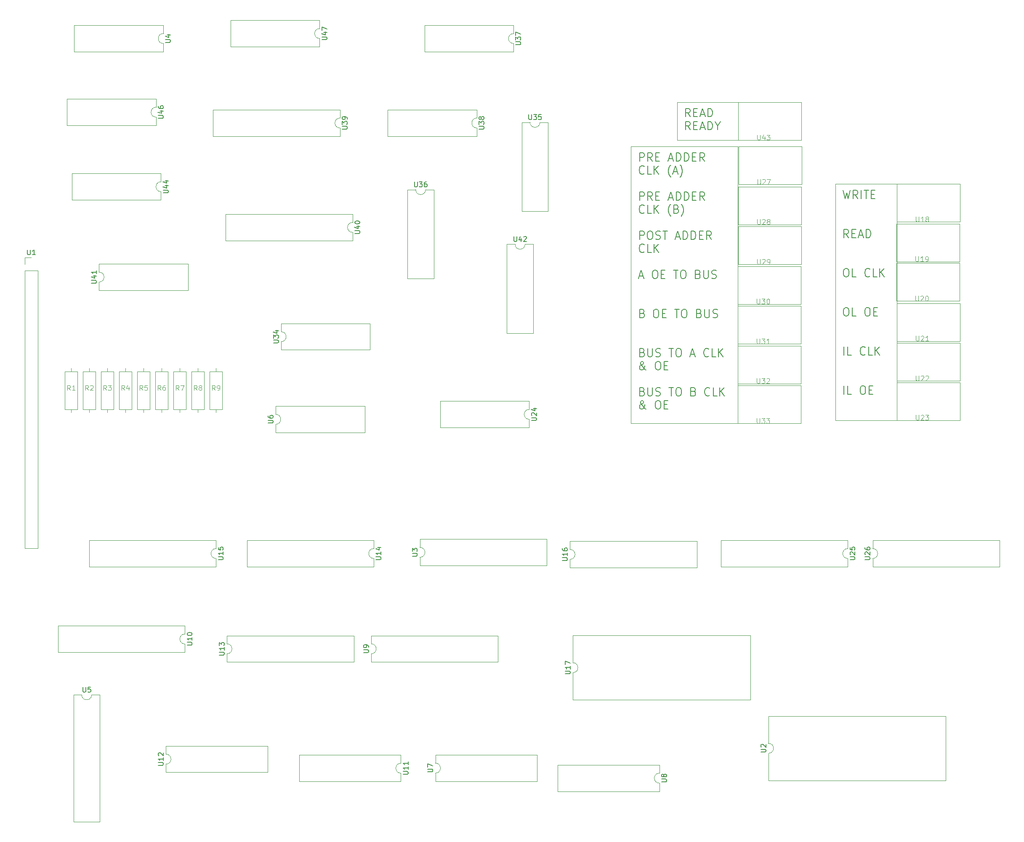
<source format=gbr>
%TF.GenerationSoftware,KiCad,Pcbnew,8.0.2-1*%
%TF.CreationDate,2024-08-10T13:00:32-04:00*%
%TF.ProjectId,gpram,67707261-6d2e-46b6-9963-61645f706362,rev?*%
%TF.SameCoordinates,Original*%
%TF.FileFunction,Legend,Top*%
%TF.FilePolarity,Positive*%
%FSLAX46Y46*%
G04 Gerber Fmt 4.6, Leading zero omitted, Abs format (unit mm)*
G04 Created by KiCad (PCBNEW 8.0.2-1) date 2024-08-10 13:00:32*
%MOMM*%
%LPD*%
G01*
G04 APERTURE LIST*
%ADD10C,0.163000*%
%ADD11C,0.100000*%
%ADD12C,0.150000*%
%ADD13C,0.120000*%
G04 APERTURE END LIST*
D10*
X505429259Y-307921643D02*
X504885926Y-307145452D01*
X504497831Y-307921643D02*
X504497831Y-306291643D01*
X504497831Y-306291643D02*
X505118783Y-306291643D01*
X505118783Y-306291643D02*
X505274021Y-306369262D01*
X505274021Y-306369262D02*
X505351640Y-306446881D01*
X505351640Y-306446881D02*
X505429259Y-306602119D01*
X505429259Y-306602119D02*
X505429259Y-306834976D01*
X505429259Y-306834976D02*
X505351640Y-306990214D01*
X505351640Y-306990214D02*
X505274021Y-307067833D01*
X505274021Y-307067833D02*
X505118783Y-307145452D01*
X505118783Y-307145452D02*
X504497831Y-307145452D01*
X506127831Y-307067833D02*
X506671164Y-307067833D01*
X506904021Y-307921643D02*
X506127831Y-307921643D01*
X506127831Y-307921643D02*
X506127831Y-306291643D01*
X506127831Y-306291643D02*
X506904021Y-306291643D01*
X507524974Y-307455928D02*
X508301164Y-307455928D01*
X507369736Y-307921643D02*
X507913069Y-306291643D01*
X507913069Y-306291643D02*
X508456402Y-307921643D01*
X508999736Y-307921643D02*
X508999736Y-306291643D01*
X508999736Y-306291643D02*
X509387831Y-306291643D01*
X509387831Y-306291643D02*
X509620688Y-306369262D01*
X509620688Y-306369262D02*
X509775926Y-306524500D01*
X509775926Y-306524500D02*
X509853545Y-306679738D01*
X509853545Y-306679738D02*
X509931164Y-306990214D01*
X509931164Y-306990214D02*
X509931164Y-307223071D01*
X509931164Y-307223071D02*
X509853545Y-307533547D01*
X509853545Y-307533547D02*
X509775926Y-307688785D01*
X509775926Y-307688785D02*
X509620688Y-307844024D01*
X509620688Y-307844024D02*
X509387831Y-307921643D01*
X509387831Y-307921643D02*
X508999736Y-307921643D01*
X505429259Y-310545852D02*
X504885926Y-309769661D01*
X504497831Y-310545852D02*
X504497831Y-308915852D01*
X504497831Y-308915852D02*
X505118783Y-308915852D01*
X505118783Y-308915852D02*
X505274021Y-308993471D01*
X505274021Y-308993471D02*
X505351640Y-309071090D01*
X505351640Y-309071090D02*
X505429259Y-309226328D01*
X505429259Y-309226328D02*
X505429259Y-309459185D01*
X505429259Y-309459185D02*
X505351640Y-309614423D01*
X505351640Y-309614423D02*
X505274021Y-309692042D01*
X505274021Y-309692042D02*
X505118783Y-309769661D01*
X505118783Y-309769661D02*
X504497831Y-309769661D01*
X506127831Y-309692042D02*
X506671164Y-309692042D01*
X506904021Y-310545852D02*
X506127831Y-310545852D01*
X506127831Y-310545852D02*
X506127831Y-308915852D01*
X506127831Y-308915852D02*
X506904021Y-308915852D01*
X507524974Y-310080137D02*
X508301164Y-310080137D01*
X507369736Y-310545852D02*
X507913069Y-308915852D01*
X507913069Y-308915852D02*
X508456402Y-310545852D01*
X508999736Y-310545852D02*
X508999736Y-308915852D01*
X508999736Y-308915852D02*
X509387831Y-308915852D01*
X509387831Y-308915852D02*
X509620688Y-308993471D01*
X509620688Y-308993471D02*
X509775926Y-309148709D01*
X509775926Y-309148709D02*
X509853545Y-309303947D01*
X509853545Y-309303947D02*
X509931164Y-309614423D01*
X509931164Y-309614423D02*
X509931164Y-309847280D01*
X509931164Y-309847280D02*
X509853545Y-310157756D01*
X509853545Y-310157756D02*
X509775926Y-310312994D01*
X509775926Y-310312994D02*
X509620688Y-310468233D01*
X509620688Y-310468233D02*
X509387831Y-310545852D01*
X509387831Y-310545852D02*
X508999736Y-310545852D01*
X510940212Y-309769661D02*
X510940212Y-310545852D01*
X510396879Y-308915852D02*
X510940212Y-309769661D01*
X510940212Y-309769661D02*
X511483545Y-308915852D01*
D11*
X502780000Y-305000000D02*
X515080000Y-305000000D01*
X515080000Y-312620000D01*
X502780000Y-312620000D01*
X502780000Y-305000000D01*
D10*
X495227831Y-316841643D02*
X495227831Y-315211643D01*
X495227831Y-315211643D02*
X495848783Y-315211643D01*
X495848783Y-315211643D02*
X496004021Y-315289262D01*
X496004021Y-315289262D02*
X496081640Y-315366881D01*
X496081640Y-315366881D02*
X496159259Y-315522119D01*
X496159259Y-315522119D02*
X496159259Y-315754976D01*
X496159259Y-315754976D02*
X496081640Y-315910214D01*
X496081640Y-315910214D02*
X496004021Y-315987833D01*
X496004021Y-315987833D02*
X495848783Y-316065452D01*
X495848783Y-316065452D02*
X495227831Y-316065452D01*
X497789259Y-316841643D02*
X497245926Y-316065452D01*
X496857831Y-316841643D02*
X496857831Y-315211643D01*
X496857831Y-315211643D02*
X497478783Y-315211643D01*
X497478783Y-315211643D02*
X497634021Y-315289262D01*
X497634021Y-315289262D02*
X497711640Y-315366881D01*
X497711640Y-315366881D02*
X497789259Y-315522119D01*
X497789259Y-315522119D02*
X497789259Y-315754976D01*
X497789259Y-315754976D02*
X497711640Y-315910214D01*
X497711640Y-315910214D02*
X497634021Y-315987833D01*
X497634021Y-315987833D02*
X497478783Y-316065452D01*
X497478783Y-316065452D02*
X496857831Y-316065452D01*
X498487831Y-315987833D02*
X499031164Y-315987833D01*
X499264021Y-316841643D02*
X498487831Y-316841643D01*
X498487831Y-316841643D02*
X498487831Y-315211643D01*
X498487831Y-315211643D02*
X499264021Y-315211643D01*
X501126879Y-316375928D02*
X501903069Y-316375928D01*
X500971641Y-316841643D02*
X501514974Y-315211643D01*
X501514974Y-315211643D02*
X502058307Y-316841643D01*
X502601641Y-316841643D02*
X502601641Y-315211643D01*
X502601641Y-315211643D02*
X502989736Y-315211643D01*
X502989736Y-315211643D02*
X503222593Y-315289262D01*
X503222593Y-315289262D02*
X503377831Y-315444500D01*
X503377831Y-315444500D02*
X503455450Y-315599738D01*
X503455450Y-315599738D02*
X503533069Y-315910214D01*
X503533069Y-315910214D02*
X503533069Y-316143071D01*
X503533069Y-316143071D02*
X503455450Y-316453547D01*
X503455450Y-316453547D02*
X503377831Y-316608785D01*
X503377831Y-316608785D02*
X503222593Y-316764024D01*
X503222593Y-316764024D02*
X502989736Y-316841643D01*
X502989736Y-316841643D02*
X502601641Y-316841643D01*
X504231641Y-316841643D02*
X504231641Y-315211643D01*
X504231641Y-315211643D02*
X504619736Y-315211643D01*
X504619736Y-315211643D02*
X504852593Y-315289262D01*
X504852593Y-315289262D02*
X505007831Y-315444500D01*
X505007831Y-315444500D02*
X505085450Y-315599738D01*
X505085450Y-315599738D02*
X505163069Y-315910214D01*
X505163069Y-315910214D02*
X505163069Y-316143071D01*
X505163069Y-316143071D02*
X505085450Y-316453547D01*
X505085450Y-316453547D02*
X505007831Y-316608785D01*
X505007831Y-316608785D02*
X504852593Y-316764024D01*
X504852593Y-316764024D02*
X504619736Y-316841643D01*
X504619736Y-316841643D02*
X504231641Y-316841643D01*
X505861641Y-315987833D02*
X506404974Y-315987833D01*
X506637831Y-316841643D02*
X505861641Y-316841643D01*
X505861641Y-316841643D02*
X505861641Y-315211643D01*
X505861641Y-315211643D02*
X506637831Y-315211643D01*
X508267831Y-316841643D02*
X507724498Y-316065452D01*
X507336403Y-316841643D02*
X507336403Y-315211643D01*
X507336403Y-315211643D02*
X507957355Y-315211643D01*
X507957355Y-315211643D02*
X508112593Y-315289262D01*
X508112593Y-315289262D02*
X508190212Y-315366881D01*
X508190212Y-315366881D02*
X508267831Y-315522119D01*
X508267831Y-315522119D02*
X508267831Y-315754976D01*
X508267831Y-315754976D02*
X508190212Y-315910214D01*
X508190212Y-315910214D02*
X508112593Y-315987833D01*
X508112593Y-315987833D02*
X507957355Y-316065452D01*
X507957355Y-316065452D02*
X507336403Y-316065452D01*
X496159259Y-319310613D02*
X496081640Y-319388233D01*
X496081640Y-319388233D02*
X495848783Y-319465852D01*
X495848783Y-319465852D02*
X495693545Y-319465852D01*
X495693545Y-319465852D02*
X495460688Y-319388233D01*
X495460688Y-319388233D02*
X495305450Y-319232994D01*
X495305450Y-319232994D02*
X495227831Y-319077756D01*
X495227831Y-319077756D02*
X495150212Y-318767280D01*
X495150212Y-318767280D02*
X495150212Y-318534423D01*
X495150212Y-318534423D02*
X495227831Y-318223947D01*
X495227831Y-318223947D02*
X495305450Y-318068709D01*
X495305450Y-318068709D02*
X495460688Y-317913471D01*
X495460688Y-317913471D02*
X495693545Y-317835852D01*
X495693545Y-317835852D02*
X495848783Y-317835852D01*
X495848783Y-317835852D02*
X496081640Y-317913471D01*
X496081640Y-317913471D02*
X496159259Y-317991090D01*
X497634021Y-319465852D02*
X496857831Y-319465852D01*
X496857831Y-319465852D02*
X496857831Y-317835852D01*
X498177355Y-319465852D02*
X498177355Y-317835852D01*
X499108783Y-319465852D02*
X498410212Y-318534423D01*
X499108783Y-317835852D02*
X498177355Y-318767280D01*
X501514974Y-320086804D02*
X501437355Y-320009185D01*
X501437355Y-320009185D02*
X501282117Y-319776328D01*
X501282117Y-319776328D02*
X501204498Y-319621090D01*
X501204498Y-319621090D02*
X501126879Y-319388233D01*
X501126879Y-319388233D02*
X501049260Y-319000137D01*
X501049260Y-319000137D02*
X501049260Y-318689661D01*
X501049260Y-318689661D02*
X501126879Y-318301566D01*
X501126879Y-318301566D02*
X501204498Y-318068709D01*
X501204498Y-318068709D02*
X501282117Y-317913471D01*
X501282117Y-317913471D02*
X501437355Y-317680613D01*
X501437355Y-317680613D02*
X501514974Y-317602994D01*
X502058308Y-319000137D02*
X502834498Y-319000137D01*
X501903070Y-319465852D02*
X502446403Y-317835852D01*
X502446403Y-317835852D02*
X502989736Y-319465852D01*
X503377832Y-320086804D02*
X503455451Y-320009185D01*
X503455451Y-320009185D02*
X503610689Y-319776328D01*
X503610689Y-319776328D02*
X503688308Y-319621090D01*
X503688308Y-319621090D02*
X503765927Y-319388233D01*
X503765927Y-319388233D02*
X503843546Y-319000137D01*
X503843546Y-319000137D02*
X503843546Y-318689661D01*
X503843546Y-318689661D02*
X503765927Y-318301566D01*
X503765927Y-318301566D02*
X503688308Y-318068709D01*
X503688308Y-318068709D02*
X503610689Y-317913471D01*
X503610689Y-317913471D02*
X503455451Y-317680613D01*
X503455451Y-317680613D02*
X503377832Y-317602994D01*
X495227831Y-324714270D02*
X495227831Y-323084270D01*
X495227831Y-323084270D02*
X495848783Y-323084270D01*
X495848783Y-323084270D02*
X496004021Y-323161889D01*
X496004021Y-323161889D02*
X496081640Y-323239508D01*
X496081640Y-323239508D02*
X496159259Y-323394746D01*
X496159259Y-323394746D02*
X496159259Y-323627603D01*
X496159259Y-323627603D02*
X496081640Y-323782841D01*
X496081640Y-323782841D02*
X496004021Y-323860460D01*
X496004021Y-323860460D02*
X495848783Y-323938079D01*
X495848783Y-323938079D02*
X495227831Y-323938079D01*
X497789259Y-324714270D02*
X497245926Y-323938079D01*
X496857831Y-324714270D02*
X496857831Y-323084270D01*
X496857831Y-323084270D02*
X497478783Y-323084270D01*
X497478783Y-323084270D02*
X497634021Y-323161889D01*
X497634021Y-323161889D02*
X497711640Y-323239508D01*
X497711640Y-323239508D02*
X497789259Y-323394746D01*
X497789259Y-323394746D02*
X497789259Y-323627603D01*
X497789259Y-323627603D02*
X497711640Y-323782841D01*
X497711640Y-323782841D02*
X497634021Y-323860460D01*
X497634021Y-323860460D02*
X497478783Y-323938079D01*
X497478783Y-323938079D02*
X496857831Y-323938079D01*
X498487831Y-323860460D02*
X499031164Y-323860460D01*
X499264021Y-324714270D02*
X498487831Y-324714270D01*
X498487831Y-324714270D02*
X498487831Y-323084270D01*
X498487831Y-323084270D02*
X499264021Y-323084270D01*
X501126879Y-324248555D02*
X501903069Y-324248555D01*
X500971641Y-324714270D02*
X501514974Y-323084270D01*
X501514974Y-323084270D02*
X502058307Y-324714270D01*
X502601641Y-324714270D02*
X502601641Y-323084270D01*
X502601641Y-323084270D02*
X502989736Y-323084270D01*
X502989736Y-323084270D02*
X503222593Y-323161889D01*
X503222593Y-323161889D02*
X503377831Y-323317127D01*
X503377831Y-323317127D02*
X503455450Y-323472365D01*
X503455450Y-323472365D02*
X503533069Y-323782841D01*
X503533069Y-323782841D02*
X503533069Y-324015698D01*
X503533069Y-324015698D02*
X503455450Y-324326174D01*
X503455450Y-324326174D02*
X503377831Y-324481412D01*
X503377831Y-324481412D02*
X503222593Y-324636651D01*
X503222593Y-324636651D02*
X502989736Y-324714270D01*
X502989736Y-324714270D02*
X502601641Y-324714270D01*
X504231641Y-324714270D02*
X504231641Y-323084270D01*
X504231641Y-323084270D02*
X504619736Y-323084270D01*
X504619736Y-323084270D02*
X504852593Y-323161889D01*
X504852593Y-323161889D02*
X505007831Y-323317127D01*
X505007831Y-323317127D02*
X505085450Y-323472365D01*
X505085450Y-323472365D02*
X505163069Y-323782841D01*
X505163069Y-323782841D02*
X505163069Y-324015698D01*
X505163069Y-324015698D02*
X505085450Y-324326174D01*
X505085450Y-324326174D02*
X505007831Y-324481412D01*
X505007831Y-324481412D02*
X504852593Y-324636651D01*
X504852593Y-324636651D02*
X504619736Y-324714270D01*
X504619736Y-324714270D02*
X504231641Y-324714270D01*
X505861641Y-323860460D02*
X506404974Y-323860460D01*
X506637831Y-324714270D02*
X505861641Y-324714270D01*
X505861641Y-324714270D02*
X505861641Y-323084270D01*
X505861641Y-323084270D02*
X506637831Y-323084270D01*
X508267831Y-324714270D02*
X507724498Y-323938079D01*
X507336403Y-324714270D02*
X507336403Y-323084270D01*
X507336403Y-323084270D02*
X507957355Y-323084270D01*
X507957355Y-323084270D02*
X508112593Y-323161889D01*
X508112593Y-323161889D02*
X508190212Y-323239508D01*
X508190212Y-323239508D02*
X508267831Y-323394746D01*
X508267831Y-323394746D02*
X508267831Y-323627603D01*
X508267831Y-323627603D02*
X508190212Y-323782841D01*
X508190212Y-323782841D02*
X508112593Y-323860460D01*
X508112593Y-323860460D02*
X507957355Y-323938079D01*
X507957355Y-323938079D02*
X507336403Y-323938079D01*
X496159259Y-327183240D02*
X496081640Y-327260860D01*
X496081640Y-327260860D02*
X495848783Y-327338479D01*
X495848783Y-327338479D02*
X495693545Y-327338479D01*
X495693545Y-327338479D02*
X495460688Y-327260860D01*
X495460688Y-327260860D02*
X495305450Y-327105621D01*
X495305450Y-327105621D02*
X495227831Y-326950383D01*
X495227831Y-326950383D02*
X495150212Y-326639907D01*
X495150212Y-326639907D02*
X495150212Y-326407050D01*
X495150212Y-326407050D02*
X495227831Y-326096574D01*
X495227831Y-326096574D02*
X495305450Y-325941336D01*
X495305450Y-325941336D02*
X495460688Y-325786098D01*
X495460688Y-325786098D02*
X495693545Y-325708479D01*
X495693545Y-325708479D02*
X495848783Y-325708479D01*
X495848783Y-325708479D02*
X496081640Y-325786098D01*
X496081640Y-325786098D02*
X496159259Y-325863717D01*
X497634021Y-327338479D02*
X496857831Y-327338479D01*
X496857831Y-327338479D02*
X496857831Y-325708479D01*
X498177355Y-327338479D02*
X498177355Y-325708479D01*
X499108783Y-327338479D02*
X498410212Y-326407050D01*
X499108783Y-325708479D02*
X498177355Y-326639907D01*
X501514974Y-327959431D02*
X501437355Y-327881812D01*
X501437355Y-327881812D02*
X501282117Y-327648955D01*
X501282117Y-327648955D02*
X501204498Y-327493717D01*
X501204498Y-327493717D02*
X501126879Y-327260860D01*
X501126879Y-327260860D02*
X501049260Y-326872764D01*
X501049260Y-326872764D02*
X501049260Y-326562288D01*
X501049260Y-326562288D02*
X501126879Y-326174193D01*
X501126879Y-326174193D02*
X501204498Y-325941336D01*
X501204498Y-325941336D02*
X501282117Y-325786098D01*
X501282117Y-325786098D02*
X501437355Y-325553240D01*
X501437355Y-325553240D02*
X501514974Y-325475621D01*
X502679260Y-326484669D02*
X502912117Y-326562288D01*
X502912117Y-326562288D02*
X502989736Y-326639907D01*
X502989736Y-326639907D02*
X503067355Y-326795145D01*
X503067355Y-326795145D02*
X503067355Y-327028002D01*
X503067355Y-327028002D02*
X502989736Y-327183240D01*
X502989736Y-327183240D02*
X502912117Y-327260860D01*
X502912117Y-327260860D02*
X502756879Y-327338479D01*
X502756879Y-327338479D02*
X502135927Y-327338479D01*
X502135927Y-327338479D02*
X502135927Y-325708479D01*
X502135927Y-325708479D02*
X502679260Y-325708479D01*
X502679260Y-325708479D02*
X502834498Y-325786098D01*
X502834498Y-325786098D02*
X502912117Y-325863717D01*
X502912117Y-325863717D02*
X502989736Y-326018955D01*
X502989736Y-326018955D02*
X502989736Y-326174193D01*
X502989736Y-326174193D02*
X502912117Y-326329431D01*
X502912117Y-326329431D02*
X502834498Y-326407050D01*
X502834498Y-326407050D02*
X502679260Y-326484669D01*
X502679260Y-326484669D02*
X502135927Y-326484669D01*
X503610689Y-327959431D02*
X503688308Y-327881812D01*
X503688308Y-327881812D02*
X503843546Y-327648955D01*
X503843546Y-327648955D02*
X503921165Y-327493717D01*
X503921165Y-327493717D02*
X503998784Y-327260860D01*
X503998784Y-327260860D02*
X504076403Y-326872764D01*
X504076403Y-326872764D02*
X504076403Y-326562288D01*
X504076403Y-326562288D02*
X503998784Y-326174193D01*
X503998784Y-326174193D02*
X503921165Y-325941336D01*
X503921165Y-325941336D02*
X503843546Y-325786098D01*
X503843546Y-325786098D02*
X503688308Y-325553240D01*
X503688308Y-325553240D02*
X503610689Y-325475621D01*
X495227831Y-332586897D02*
X495227831Y-330956897D01*
X495227831Y-330956897D02*
X495848783Y-330956897D01*
X495848783Y-330956897D02*
X496004021Y-331034516D01*
X496004021Y-331034516D02*
X496081640Y-331112135D01*
X496081640Y-331112135D02*
X496159259Y-331267373D01*
X496159259Y-331267373D02*
X496159259Y-331500230D01*
X496159259Y-331500230D02*
X496081640Y-331655468D01*
X496081640Y-331655468D02*
X496004021Y-331733087D01*
X496004021Y-331733087D02*
X495848783Y-331810706D01*
X495848783Y-331810706D02*
X495227831Y-331810706D01*
X497168307Y-330956897D02*
X497478783Y-330956897D01*
X497478783Y-330956897D02*
X497634021Y-331034516D01*
X497634021Y-331034516D02*
X497789259Y-331189754D01*
X497789259Y-331189754D02*
X497866878Y-331500230D01*
X497866878Y-331500230D02*
X497866878Y-332043563D01*
X497866878Y-332043563D02*
X497789259Y-332354039D01*
X497789259Y-332354039D02*
X497634021Y-332509278D01*
X497634021Y-332509278D02*
X497478783Y-332586897D01*
X497478783Y-332586897D02*
X497168307Y-332586897D01*
X497168307Y-332586897D02*
X497013069Y-332509278D01*
X497013069Y-332509278D02*
X496857831Y-332354039D01*
X496857831Y-332354039D02*
X496780212Y-332043563D01*
X496780212Y-332043563D02*
X496780212Y-331500230D01*
X496780212Y-331500230D02*
X496857831Y-331189754D01*
X496857831Y-331189754D02*
X497013069Y-331034516D01*
X497013069Y-331034516D02*
X497168307Y-330956897D01*
X498487831Y-332509278D02*
X498720688Y-332586897D01*
X498720688Y-332586897D02*
X499108783Y-332586897D01*
X499108783Y-332586897D02*
X499264021Y-332509278D01*
X499264021Y-332509278D02*
X499341640Y-332431658D01*
X499341640Y-332431658D02*
X499419259Y-332276420D01*
X499419259Y-332276420D02*
X499419259Y-332121182D01*
X499419259Y-332121182D02*
X499341640Y-331965944D01*
X499341640Y-331965944D02*
X499264021Y-331888325D01*
X499264021Y-331888325D02*
X499108783Y-331810706D01*
X499108783Y-331810706D02*
X498798307Y-331733087D01*
X498798307Y-331733087D02*
X498643069Y-331655468D01*
X498643069Y-331655468D02*
X498565450Y-331577849D01*
X498565450Y-331577849D02*
X498487831Y-331422611D01*
X498487831Y-331422611D02*
X498487831Y-331267373D01*
X498487831Y-331267373D02*
X498565450Y-331112135D01*
X498565450Y-331112135D02*
X498643069Y-331034516D01*
X498643069Y-331034516D02*
X498798307Y-330956897D01*
X498798307Y-330956897D02*
X499186402Y-330956897D01*
X499186402Y-330956897D02*
X499419259Y-331034516D01*
X499884974Y-330956897D02*
X500816402Y-330956897D01*
X500350688Y-332586897D02*
X500350688Y-330956897D01*
X502524022Y-332121182D02*
X503300212Y-332121182D01*
X502368784Y-332586897D02*
X502912117Y-330956897D01*
X502912117Y-330956897D02*
X503455450Y-332586897D01*
X503998784Y-332586897D02*
X503998784Y-330956897D01*
X503998784Y-330956897D02*
X504386879Y-330956897D01*
X504386879Y-330956897D02*
X504619736Y-331034516D01*
X504619736Y-331034516D02*
X504774974Y-331189754D01*
X504774974Y-331189754D02*
X504852593Y-331344992D01*
X504852593Y-331344992D02*
X504930212Y-331655468D01*
X504930212Y-331655468D02*
X504930212Y-331888325D01*
X504930212Y-331888325D02*
X504852593Y-332198801D01*
X504852593Y-332198801D02*
X504774974Y-332354039D01*
X504774974Y-332354039D02*
X504619736Y-332509278D01*
X504619736Y-332509278D02*
X504386879Y-332586897D01*
X504386879Y-332586897D02*
X503998784Y-332586897D01*
X505628784Y-332586897D02*
X505628784Y-330956897D01*
X505628784Y-330956897D02*
X506016879Y-330956897D01*
X506016879Y-330956897D02*
X506249736Y-331034516D01*
X506249736Y-331034516D02*
X506404974Y-331189754D01*
X506404974Y-331189754D02*
X506482593Y-331344992D01*
X506482593Y-331344992D02*
X506560212Y-331655468D01*
X506560212Y-331655468D02*
X506560212Y-331888325D01*
X506560212Y-331888325D02*
X506482593Y-332198801D01*
X506482593Y-332198801D02*
X506404974Y-332354039D01*
X506404974Y-332354039D02*
X506249736Y-332509278D01*
X506249736Y-332509278D02*
X506016879Y-332586897D01*
X506016879Y-332586897D02*
X505628784Y-332586897D01*
X507258784Y-331733087D02*
X507802117Y-331733087D01*
X508034974Y-332586897D02*
X507258784Y-332586897D01*
X507258784Y-332586897D02*
X507258784Y-330956897D01*
X507258784Y-330956897D02*
X508034974Y-330956897D01*
X509664974Y-332586897D02*
X509121641Y-331810706D01*
X508733546Y-332586897D02*
X508733546Y-330956897D01*
X508733546Y-330956897D02*
X509354498Y-330956897D01*
X509354498Y-330956897D02*
X509509736Y-331034516D01*
X509509736Y-331034516D02*
X509587355Y-331112135D01*
X509587355Y-331112135D02*
X509664974Y-331267373D01*
X509664974Y-331267373D02*
X509664974Y-331500230D01*
X509664974Y-331500230D02*
X509587355Y-331655468D01*
X509587355Y-331655468D02*
X509509736Y-331733087D01*
X509509736Y-331733087D02*
X509354498Y-331810706D01*
X509354498Y-331810706D02*
X508733546Y-331810706D01*
X496159259Y-335055867D02*
X496081640Y-335133487D01*
X496081640Y-335133487D02*
X495848783Y-335211106D01*
X495848783Y-335211106D02*
X495693545Y-335211106D01*
X495693545Y-335211106D02*
X495460688Y-335133487D01*
X495460688Y-335133487D02*
X495305450Y-334978248D01*
X495305450Y-334978248D02*
X495227831Y-334823010D01*
X495227831Y-334823010D02*
X495150212Y-334512534D01*
X495150212Y-334512534D02*
X495150212Y-334279677D01*
X495150212Y-334279677D02*
X495227831Y-333969201D01*
X495227831Y-333969201D02*
X495305450Y-333813963D01*
X495305450Y-333813963D02*
X495460688Y-333658725D01*
X495460688Y-333658725D02*
X495693545Y-333581106D01*
X495693545Y-333581106D02*
X495848783Y-333581106D01*
X495848783Y-333581106D02*
X496081640Y-333658725D01*
X496081640Y-333658725D02*
X496159259Y-333736344D01*
X497634021Y-335211106D02*
X496857831Y-335211106D01*
X496857831Y-335211106D02*
X496857831Y-333581106D01*
X498177355Y-335211106D02*
X498177355Y-333581106D01*
X499108783Y-335211106D02*
X498410212Y-334279677D01*
X499108783Y-333581106D02*
X498177355Y-334512534D01*
X495150212Y-339993809D02*
X495926402Y-339993809D01*
X494994974Y-340459524D02*
X495538307Y-338829524D01*
X495538307Y-338829524D02*
X496081640Y-340459524D01*
X498177355Y-338829524D02*
X498487831Y-338829524D01*
X498487831Y-338829524D02*
X498643069Y-338907143D01*
X498643069Y-338907143D02*
X498798307Y-339062381D01*
X498798307Y-339062381D02*
X498875926Y-339372857D01*
X498875926Y-339372857D02*
X498875926Y-339916190D01*
X498875926Y-339916190D02*
X498798307Y-340226666D01*
X498798307Y-340226666D02*
X498643069Y-340381905D01*
X498643069Y-340381905D02*
X498487831Y-340459524D01*
X498487831Y-340459524D02*
X498177355Y-340459524D01*
X498177355Y-340459524D02*
X498022117Y-340381905D01*
X498022117Y-340381905D02*
X497866879Y-340226666D01*
X497866879Y-340226666D02*
X497789260Y-339916190D01*
X497789260Y-339916190D02*
X497789260Y-339372857D01*
X497789260Y-339372857D02*
X497866879Y-339062381D01*
X497866879Y-339062381D02*
X498022117Y-338907143D01*
X498022117Y-338907143D02*
X498177355Y-338829524D01*
X499574498Y-339605714D02*
X500117831Y-339605714D01*
X500350688Y-340459524D02*
X499574498Y-340459524D01*
X499574498Y-340459524D02*
X499574498Y-338829524D01*
X499574498Y-338829524D02*
X500350688Y-338829524D01*
X502058308Y-338829524D02*
X502989736Y-338829524D01*
X502524022Y-340459524D02*
X502524022Y-338829524D01*
X503843546Y-338829524D02*
X504154022Y-338829524D01*
X504154022Y-338829524D02*
X504309260Y-338907143D01*
X504309260Y-338907143D02*
X504464498Y-339062381D01*
X504464498Y-339062381D02*
X504542117Y-339372857D01*
X504542117Y-339372857D02*
X504542117Y-339916190D01*
X504542117Y-339916190D02*
X504464498Y-340226666D01*
X504464498Y-340226666D02*
X504309260Y-340381905D01*
X504309260Y-340381905D02*
X504154022Y-340459524D01*
X504154022Y-340459524D02*
X503843546Y-340459524D01*
X503843546Y-340459524D02*
X503688308Y-340381905D01*
X503688308Y-340381905D02*
X503533070Y-340226666D01*
X503533070Y-340226666D02*
X503455451Y-339916190D01*
X503455451Y-339916190D02*
X503455451Y-339372857D01*
X503455451Y-339372857D02*
X503533070Y-339062381D01*
X503533070Y-339062381D02*
X503688308Y-338907143D01*
X503688308Y-338907143D02*
X503843546Y-338829524D01*
X507025927Y-339605714D02*
X507258784Y-339683333D01*
X507258784Y-339683333D02*
X507336403Y-339760952D01*
X507336403Y-339760952D02*
X507414022Y-339916190D01*
X507414022Y-339916190D02*
X507414022Y-340149047D01*
X507414022Y-340149047D02*
X507336403Y-340304285D01*
X507336403Y-340304285D02*
X507258784Y-340381905D01*
X507258784Y-340381905D02*
X507103546Y-340459524D01*
X507103546Y-340459524D02*
X506482594Y-340459524D01*
X506482594Y-340459524D02*
X506482594Y-338829524D01*
X506482594Y-338829524D02*
X507025927Y-338829524D01*
X507025927Y-338829524D02*
X507181165Y-338907143D01*
X507181165Y-338907143D02*
X507258784Y-338984762D01*
X507258784Y-338984762D02*
X507336403Y-339140000D01*
X507336403Y-339140000D02*
X507336403Y-339295238D01*
X507336403Y-339295238D02*
X507258784Y-339450476D01*
X507258784Y-339450476D02*
X507181165Y-339528095D01*
X507181165Y-339528095D02*
X507025927Y-339605714D01*
X507025927Y-339605714D02*
X506482594Y-339605714D01*
X508112594Y-338829524D02*
X508112594Y-340149047D01*
X508112594Y-340149047D02*
X508190213Y-340304285D01*
X508190213Y-340304285D02*
X508267832Y-340381905D01*
X508267832Y-340381905D02*
X508423070Y-340459524D01*
X508423070Y-340459524D02*
X508733546Y-340459524D01*
X508733546Y-340459524D02*
X508888784Y-340381905D01*
X508888784Y-340381905D02*
X508966403Y-340304285D01*
X508966403Y-340304285D02*
X509044022Y-340149047D01*
X509044022Y-340149047D02*
X509044022Y-338829524D01*
X509742594Y-340381905D02*
X509975451Y-340459524D01*
X509975451Y-340459524D02*
X510363546Y-340459524D01*
X510363546Y-340459524D02*
X510518784Y-340381905D01*
X510518784Y-340381905D02*
X510596403Y-340304285D01*
X510596403Y-340304285D02*
X510674022Y-340149047D01*
X510674022Y-340149047D02*
X510674022Y-339993809D01*
X510674022Y-339993809D02*
X510596403Y-339838571D01*
X510596403Y-339838571D02*
X510518784Y-339760952D01*
X510518784Y-339760952D02*
X510363546Y-339683333D01*
X510363546Y-339683333D02*
X510053070Y-339605714D01*
X510053070Y-339605714D02*
X509897832Y-339528095D01*
X509897832Y-339528095D02*
X509820213Y-339450476D01*
X509820213Y-339450476D02*
X509742594Y-339295238D01*
X509742594Y-339295238D02*
X509742594Y-339140000D01*
X509742594Y-339140000D02*
X509820213Y-338984762D01*
X509820213Y-338984762D02*
X509897832Y-338907143D01*
X509897832Y-338907143D02*
X510053070Y-338829524D01*
X510053070Y-338829524D02*
X510441165Y-338829524D01*
X510441165Y-338829524D02*
X510674022Y-338907143D01*
X495771164Y-347478341D02*
X496004021Y-347555960D01*
X496004021Y-347555960D02*
X496081640Y-347633579D01*
X496081640Y-347633579D02*
X496159259Y-347788817D01*
X496159259Y-347788817D02*
X496159259Y-348021674D01*
X496159259Y-348021674D02*
X496081640Y-348176912D01*
X496081640Y-348176912D02*
X496004021Y-348254532D01*
X496004021Y-348254532D02*
X495848783Y-348332151D01*
X495848783Y-348332151D02*
X495227831Y-348332151D01*
X495227831Y-348332151D02*
X495227831Y-346702151D01*
X495227831Y-346702151D02*
X495771164Y-346702151D01*
X495771164Y-346702151D02*
X495926402Y-346779770D01*
X495926402Y-346779770D02*
X496004021Y-346857389D01*
X496004021Y-346857389D02*
X496081640Y-347012627D01*
X496081640Y-347012627D02*
X496081640Y-347167865D01*
X496081640Y-347167865D02*
X496004021Y-347323103D01*
X496004021Y-347323103D02*
X495926402Y-347400722D01*
X495926402Y-347400722D02*
X495771164Y-347478341D01*
X495771164Y-347478341D02*
X495227831Y-347478341D01*
X498410212Y-346702151D02*
X498720688Y-346702151D01*
X498720688Y-346702151D02*
X498875926Y-346779770D01*
X498875926Y-346779770D02*
X499031164Y-346935008D01*
X499031164Y-346935008D02*
X499108783Y-347245484D01*
X499108783Y-347245484D02*
X499108783Y-347788817D01*
X499108783Y-347788817D02*
X499031164Y-348099293D01*
X499031164Y-348099293D02*
X498875926Y-348254532D01*
X498875926Y-348254532D02*
X498720688Y-348332151D01*
X498720688Y-348332151D02*
X498410212Y-348332151D01*
X498410212Y-348332151D02*
X498254974Y-348254532D01*
X498254974Y-348254532D02*
X498099736Y-348099293D01*
X498099736Y-348099293D02*
X498022117Y-347788817D01*
X498022117Y-347788817D02*
X498022117Y-347245484D01*
X498022117Y-347245484D02*
X498099736Y-346935008D01*
X498099736Y-346935008D02*
X498254974Y-346779770D01*
X498254974Y-346779770D02*
X498410212Y-346702151D01*
X499807355Y-347478341D02*
X500350688Y-347478341D01*
X500583545Y-348332151D02*
X499807355Y-348332151D01*
X499807355Y-348332151D02*
X499807355Y-346702151D01*
X499807355Y-346702151D02*
X500583545Y-346702151D01*
X502291165Y-346702151D02*
X503222593Y-346702151D01*
X502756879Y-348332151D02*
X502756879Y-346702151D01*
X504076403Y-346702151D02*
X504386879Y-346702151D01*
X504386879Y-346702151D02*
X504542117Y-346779770D01*
X504542117Y-346779770D02*
X504697355Y-346935008D01*
X504697355Y-346935008D02*
X504774974Y-347245484D01*
X504774974Y-347245484D02*
X504774974Y-347788817D01*
X504774974Y-347788817D02*
X504697355Y-348099293D01*
X504697355Y-348099293D02*
X504542117Y-348254532D01*
X504542117Y-348254532D02*
X504386879Y-348332151D01*
X504386879Y-348332151D02*
X504076403Y-348332151D01*
X504076403Y-348332151D02*
X503921165Y-348254532D01*
X503921165Y-348254532D02*
X503765927Y-348099293D01*
X503765927Y-348099293D02*
X503688308Y-347788817D01*
X503688308Y-347788817D02*
X503688308Y-347245484D01*
X503688308Y-347245484D02*
X503765927Y-346935008D01*
X503765927Y-346935008D02*
X503921165Y-346779770D01*
X503921165Y-346779770D02*
X504076403Y-346702151D01*
X507258784Y-347478341D02*
X507491641Y-347555960D01*
X507491641Y-347555960D02*
X507569260Y-347633579D01*
X507569260Y-347633579D02*
X507646879Y-347788817D01*
X507646879Y-347788817D02*
X507646879Y-348021674D01*
X507646879Y-348021674D02*
X507569260Y-348176912D01*
X507569260Y-348176912D02*
X507491641Y-348254532D01*
X507491641Y-348254532D02*
X507336403Y-348332151D01*
X507336403Y-348332151D02*
X506715451Y-348332151D01*
X506715451Y-348332151D02*
X506715451Y-346702151D01*
X506715451Y-346702151D02*
X507258784Y-346702151D01*
X507258784Y-346702151D02*
X507414022Y-346779770D01*
X507414022Y-346779770D02*
X507491641Y-346857389D01*
X507491641Y-346857389D02*
X507569260Y-347012627D01*
X507569260Y-347012627D02*
X507569260Y-347167865D01*
X507569260Y-347167865D02*
X507491641Y-347323103D01*
X507491641Y-347323103D02*
X507414022Y-347400722D01*
X507414022Y-347400722D02*
X507258784Y-347478341D01*
X507258784Y-347478341D02*
X506715451Y-347478341D01*
X508345451Y-346702151D02*
X508345451Y-348021674D01*
X508345451Y-348021674D02*
X508423070Y-348176912D01*
X508423070Y-348176912D02*
X508500689Y-348254532D01*
X508500689Y-348254532D02*
X508655927Y-348332151D01*
X508655927Y-348332151D02*
X508966403Y-348332151D01*
X508966403Y-348332151D02*
X509121641Y-348254532D01*
X509121641Y-348254532D02*
X509199260Y-348176912D01*
X509199260Y-348176912D02*
X509276879Y-348021674D01*
X509276879Y-348021674D02*
X509276879Y-346702151D01*
X509975451Y-348254532D02*
X510208308Y-348332151D01*
X510208308Y-348332151D02*
X510596403Y-348332151D01*
X510596403Y-348332151D02*
X510751641Y-348254532D01*
X510751641Y-348254532D02*
X510829260Y-348176912D01*
X510829260Y-348176912D02*
X510906879Y-348021674D01*
X510906879Y-348021674D02*
X510906879Y-347866436D01*
X510906879Y-347866436D02*
X510829260Y-347711198D01*
X510829260Y-347711198D02*
X510751641Y-347633579D01*
X510751641Y-347633579D02*
X510596403Y-347555960D01*
X510596403Y-347555960D02*
X510285927Y-347478341D01*
X510285927Y-347478341D02*
X510130689Y-347400722D01*
X510130689Y-347400722D02*
X510053070Y-347323103D01*
X510053070Y-347323103D02*
X509975451Y-347167865D01*
X509975451Y-347167865D02*
X509975451Y-347012627D01*
X509975451Y-347012627D02*
X510053070Y-346857389D01*
X510053070Y-346857389D02*
X510130689Y-346779770D01*
X510130689Y-346779770D02*
X510285927Y-346702151D01*
X510285927Y-346702151D02*
X510674022Y-346702151D01*
X510674022Y-346702151D02*
X510906879Y-346779770D01*
X495771164Y-355350968D02*
X496004021Y-355428587D01*
X496004021Y-355428587D02*
X496081640Y-355506206D01*
X496081640Y-355506206D02*
X496159259Y-355661444D01*
X496159259Y-355661444D02*
X496159259Y-355894301D01*
X496159259Y-355894301D02*
X496081640Y-356049539D01*
X496081640Y-356049539D02*
X496004021Y-356127159D01*
X496004021Y-356127159D02*
X495848783Y-356204778D01*
X495848783Y-356204778D02*
X495227831Y-356204778D01*
X495227831Y-356204778D02*
X495227831Y-354574778D01*
X495227831Y-354574778D02*
X495771164Y-354574778D01*
X495771164Y-354574778D02*
X495926402Y-354652397D01*
X495926402Y-354652397D02*
X496004021Y-354730016D01*
X496004021Y-354730016D02*
X496081640Y-354885254D01*
X496081640Y-354885254D02*
X496081640Y-355040492D01*
X496081640Y-355040492D02*
X496004021Y-355195730D01*
X496004021Y-355195730D02*
X495926402Y-355273349D01*
X495926402Y-355273349D02*
X495771164Y-355350968D01*
X495771164Y-355350968D02*
X495227831Y-355350968D01*
X496857831Y-354574778D02*
X496857831Y-355894301D01*
X496857831Y-355894301D02*
X496935450Y-356049539D01*
X496935450Y-356049539D02*
X497013069Y-356127159D01*
X497013069Y-356127159D02*
X497168307Y-356204778D01*
X497168307Y-356204778D02*
X497478783Y-356204778D01*
X497478783Y-356204778D02*
X497634021Y-356127159D01*
X497634021Y-356127159D02*
X497711640Y-356049539D01*
X497711640Y-356049539D02*
X497789259Y-355894301D01*
X497789259Y-355894301D02*
X497789259Y-354574778D01*
X498487831Y-356127159D02*
X498720688Y-356204778D01*
X498720688Y-356204778D02*
X499108783Y-356204778D01*
X499108783Y-356204778D02*
X499264021Y-356127159D01*
X499264021Y-356127159D02*
X499341640Y-356049539D01*
X499341640Y-356049539D02*
X499419259Y-355894301D01*
X499419259Y-355894301D02*
X499419259Y-355739063D01*
X499419259Y-355739063D02*
X499341640Y-355583825D01*
X499341640Y-355583825D02*
X499264021Y-355506206D01*
X499264021Y-355506206D02*
X499108783Y-355428587D01*
X499108783Y-355428587D02*
X498798307Y-355350968D01*
X498798307Y-355350968D02*
X498643069Y-355273349D01*
X498643069Y-355273349D02*
X498565450Y-355195730D01*
X498565450Y-355195730D02*
X498487831Y-355040492D01*
X498487831Y-355040492D02*
X498487831Y-354885254D01*
X498487831Y-354885254D02*
X498565450Y-354730016D01*
X498565450Y-354730016D02*
X498643069Y-354652397D01*
X498643069Y-354652397D02*
X498798307Y-354574778D01*
X498798307Y-354574778D02*
X499186402Y-354574778D01*
X499186402Y-354574778D02*
X499419259Y-354652397D01*
X501126879Y-354574778D02*
X502058307Y-354574778D01*
X501592593Y-356204778D02*
X501592593Y-354574778D01*
X502912117Y-354574778D02*
X503222593Y-354574778D01*
X503222593Y-354574778D02*
X503377831Y-354652397D01*
X503377831Y-354652397D02*
X503533069Y-354807635D01*
X503533069Y-354807635D02*
X503610688Y-355118111D01*
X503610688Y-355118111D02*
X503610688Y-355661444D01*
X503610688Y-355661444D02*
X503533069Y-355971920D01*
X503533069Y-355971920D02*
X503377831Y-356127159D01*
X503377831Y-356127159D02*
X503222593Y-356204778D01*
X503222593Y-356204778D02*
X502912117Y-356204778D01*
X502912117Y-356204778D02*
X502756879Y-356127159D01*
X502756879Y-356127159D02*
X502601641Y-355971920D01*
X502601641Y-355971920D02*
X502524022Y-355661444D01*
X502524022Y-355661444D02*
X502524022Y-355118111D01*
X502524022Y-355118111D02*
X502601641Y-354807635D01*
X502601641Y-354807635D02*
X502756879Y-354652397D01*
X502756879Y-354652397D02*
X502912117Y-354574778D01*
X505473546Y-355739063D02*
X506249736Y-355739063D01*
X505318308Y-356204778D02*
X505861641Y-354574778D01*
X505861641Y-354574778D02*
X506404974Y-356204778D01*
X509121641Y-356049539D02*
X509044022Y-356127159D01*
X509044022Y-356127159D02*
X508811165Y-356204778D01*
X508811165Y-356204778D02*
X508655927Y-356204778D01*
X508655927Y-356204778D02*
X508423070Y-356127159D01*
X508423070Y-356127159D02*
X508267832Y-355971920D01*
X508267832Y-355971920D02*
X508190213Y-355816682D01*
X508190213Y-355816682D02*
X508112594Y-355506206D01*
X508112594Y-355506206D02*
X508112594Y-355273349D01*
X508112594Y-355273349D02*
X508190213Y-354962873D01*
X508190213Y-354962873D02*
X508267832Y-354807635D01*
X508267832Y-354807635D02*
X508423070Y-354652397D01*
X508423070Y-354652397D02*
X508655927Y-354574778D01*
X508655927Y-354574778D02*
X508811165Y-354574778D01*
X508811165Y-354574778D02*
X509044022Y-354652397D01*
X509044022Y-354652397D02*
X509121641Y-354730016D01*
X510596403Y-356204778D02*
X509820213Y-356204778D01*
X509820213Y-356204778D02*
X509820213Y-354574778D01*
X511139737Y-356204778D02*
X511139737Y-354574778D01*
X512071165Y-356204778D02*
X511372594Y-355273349D01*
X512071165Y-354574778D02*
X511139737Y-355506206D01*
X496547355Y-358828987D02*
X496469736Y-358828987D01*
X496469736Y-358828987D02*
X496314497Y-358751368D01*
X496314497Y-358751368D02*
X496081640Y-358518510D01*
X496081640Y-358518510D02*
X495693545Y-358052796D01*
X495693545Y-358052796D02*
X495538307Y-357819939D01*
X495538307Y-357819939D02*
X495460688Y-357587082D01*
X495460688Y-357587082D02*
X495460688Y-357431844D01*
X495460688Y-357431844D02*
X495538307Y-357276606D01*
X495538307Y-357276606D02*
X495693545Y-357198987D01*
X495693545Y-357198987D02*
X495771164Y-357198987D01*
X495771164Y-357198987D02*
X495926402Y-357276606D01*
X495926402Y-357276606D02*
X496004021Y-357431844D01*
X496004021Y-357431844D02*
X496004021Y-357509463D01*
X496004021Y-357509463D02*
X495926402Y-357664701D01*
X495926402Y-357664701D02*
X495848783Y-357742320D01*
X495848783Y-357742320D02*
X495383069Y-358052796D01*
X495383069Y-358052796D02*
X495305450Y-358130415D01*
X495305450Y-358130415D02*
X495227831Y-358285653D01*
X495227831Y-358285653D02*
X495227831Y-358518510D01*
X495227831Y-358518510D02*
X495305450Y-358673748D01*
X495305450Y-358673748D02*
X495383069Y-358751368D01*
X495383069Y-358751368D02*
X495538307Y-358828987D01*
X495538307Y-358828987D02*
X495771164Y-358828987D01*
X495771164Y-358828987D02*
X495926402Y-358751368D01*
X495926402Y-358751368D02*
X496004021Y-358673748D01*
X496004021Y-358673748D02*
X496236878Y-358363272D01*
X496236878Y-358363272D02*
X496314497Y-358130415D01*
X496314497Y-358130415D02*
X496314497Y-357975177D01*
X498798307Y-357198987D02*
X499108783Y-357198987D01*
X499108783Y-357198987D02*
X499264021Y-357276606D01*
X499264021Y-357276606D02*
X499419259Y-357431844D01*
X499419259Y-357431844D02*
X499496878Y-357742320D01*
X499496878Y-357742320D02*
X499496878Y-358285653D01*
X499496878Y-358285653D02*
X499419259Y-358596129D01*
X499419259Y-358596129D02*
X499264021Y-358751368D01*
X499264021Y-358751368D02*
X499108783Y-358828987D01*
X499108783Y-358828987D02*
X498798307Y-358828987D01*
X498798307Y-358828987D02*
X498643069Y-358751368D01*
X498643069Y-358751368D02*
X498487831Y-358596129D01*
X498487831Y-358596129D02*
X498410212Y-358285653D01*
X498410212Y-358285653D02*
X498410212Y-357742320D01*
X498410212Y-357742320D02*
X498487831Y-357431844D01*
X498487831Y-357431844D02*
X498643069Y-357276606D01*
X498643069Y-357276606D02*
X498798307Y-357198987D01*
X500195450Y-357975177D02*
X500738783Y-357975177D01*
X500971640Y-358828987D02*
X500195450Y-358828987D01*
X500195450Y-358828987D02*
X500195450Y-357198987D01*
X500195450Y-357198987D02*
X500971640Y-357198987D01*
X495771164Y-363223595D02*
X496004021Y-363301214D01*
X496004021Y-363301214D02*
X496081640Y-363378833D01*
X496081640Y-363378833D02*
X496159259Y-363534071D01*
X496159259Y-363534071D02*
X496159259Y-363766928D01*
X496159259Y-363766928D02*
X496081640Y-363922166D01*
X496081640Y-363922166D02*
X496004021Y-363999786D01*
X496004021Y-363999786D02*
X495848783Y-364077405D01*
X495848783Y-364077405D02*
X495227831Y-364077405D01*
X495227831Y-364077405D02*
X495227831Y-362447405D01*
X495227831Y-362447405D02*
X495771164Y-362447405D01*
X495771164Y-362447405D02*
X495926402Y-362525024D01*
X495926402Y-362525024D02*
X496004021Y-362602643D01*
X496004021Y-362602643D02*
X496081640Y-362757881D01*
X496081640Y-362757881D02*
X496081640Y-362913119D01*
X496081640Y-362913119D02*
X496004021Y-363068357D01*
X496004021Y-363068357D02*
X495926402Y-363145976D01*
X495926402Y-363145976D02*
X495771164Y-363223595D01*
X495771164Y-363223595D02*
X495227831Y-363223595D01*
X496857831Y-362447405D02*
X496857831Y-363766928D01*
X496857831Y-363766928D02*
X496935450Y-363922166D01*
X496935450Y-363922166D02*
X497013069Y-363999786D01*
X497013069Y-363999786D02*
X497168307Y-364077405D01*
X497168307Y-364077405D02*
X497478783Y-364077405D01*
X497478783Y-364077405D02*
X497634021Y-363999786D01*
X497634021Y-363999786D02*
X497711640Y-363922166D01*
X497711640Y-363922166D02*
X497789259Y-363766928D01*
X497789259Y-363766928D02*
X497789259Y-362447405D01*
X498487831Y-363999786D02*
X498720688Y-364077405D01*
X498720688Y-364077405D02*
X499108783Y-364077405D01*
X499108783Y-364077405D02*
X499264021Y-363999786D01*
X499264021Y-363999786D02*
X499341640Y-363922166D01*
X499341640Y-363922166D02*
X499419259Y-363766928D01*
X499419259Y-363766928D02*
X499419259Y-363611690D01*
X499419259Y-363611690D02*
X499341640Y-363456452D01*
X499341640Y-363456452D02*
X499264021Y-363378833D01*
X499264021Y-363378833D02*
X499108783Y-363301214D01*
X499108783Y-363301214D02*
X498798307Y-363223595D01*
X498798307Y-363223595D02*
X498643069Y-363145976D01*
X498643069Y-363145976D02*
X498565450Y-363068357D01*
X498565450Y-363068357D02*
X498487831Y-362913119D01*
X498487831Y-362913119D02*
X498487831Y-362757881D01*
X498487831Y-362757881D02*
X498565450Y-362602643D01*
X498565450Y-362602643D02*
X498643069Y-362525024D01*
X498643069Y-362525024D02*
X498798307Y-362447405D01*
X498798307Y-362447405D02*
X499186402Y-362447405D01*
X499186402Y-362447405D02*
X499419259Y-362525024D01*
X501126879Y-362447405D02*
X502058307Y-362447405D01*
X501592593Y-364077405D02*
X501592593Y-362447405D01*
X502912117Y-362447405D02*
X503222593Y-362447405D01*
X503222593Y-362447405D02*
X503377831Y-362525024D01*
X503377831Y-362525024D02*
X503533069Y-362680262D01*
X503533069Y-362680262D02*
X503610688Y-362990738D01*
X503610688Y-362990738D02*
X503610688Y-363534071D01*
X503610688Y-363534071D02*
X503533069Y-363844547D01*
X503533069Y-363844547D02*
X503377831Y-363999786D01*
X503377831Y-363999786D02*
X503222593Y-364077405D01*
X503222593Y-364077405D02*
X502912117Y-364077405D01*
X502912117Y-364077405D02*
X502756879Y-363999786D01*
X502756879Y-363999786D02*
X502601641Y-363844547D01*
X502601641Y-363844547D02*
X502524022Y-363534071D01*
X502524022Y-363534071D02*
X502524022Y-362990738D01*
X502524022Y-362990738D02*
X502601641Y-362680262D01*
X502601641Y-362680262D02*
X502756879Y-362525024D01*
X502756879Y-362525024D02*
X502912117Y-362447405D01*
X506094498Y-363223595D02*
X506327355Y-363301214D01*
X506327355Y-363301214D02*
X506404974Y-363378833D01*
X506404974Y-363378833D02*
X506482593Y-363534071D01*
X506482593Y-363534071D02*
X506482593Y-363766928D01*
X506482593Y-363766928D02*
X506404974Y-363922166D01*
X506404974Y-363922166D02*
X506327355Y-363999786D01*
X506327355Y-363999786D02*
X506172117Y-364077405D01*
X506172117Y-364077405D02*
X505551165Y-364077405D01*
X505551165Y-364077405D02*
X505551165Y-362447405D01*
X505551165Y-362447405D02*
X506094498Y-362447405D01*
X506094498Y-362447405D02*
X506249736Y-362525024D01*
X506249736Y-362525024D02*
X506327355Y-362602643D01*
X506327355Y-362602643D02*
X506404974Y-362757881D01*
X506404974Y-362757881D02*
X506404974Y-362913119D01*
X506404974Y-362913119D02*
X506327355Y-363068357D01*
X506327355Y-363068357D02*
X506249736Y-363145976D01*
X506249736Y-363145976D02*
X506094498Y-363223595D01*
X506094498Y-363223595D02*
X505551165Y-363223595D01*
X509354498Y-363922166D02*
X509276879Y-363999786D01*
X509276879Y-363999786D02*
X509044022Y-364077405D01*
X509044022Y-364077405D02*
X508888784Y-364077405D01*
X508888784Y-364077405D02*
X508655927Y-363999786D01*
X508655927Y-363999786D02*
X508500689Y-363844547D01*
X508500689Y-363844547D02*
X508423070Y-363689309D01*
X508423070Y-363689309D02*
X508345451Y-363378833D01*
X508345451Y-363378833D02*
X508345451Y-363145976D01*
X508345451Y-363145976D02*
X508423070Y-362835500D01*
X508423070Y-362835500D02*
X508500689Y-362680262D01*
X508500689Y-362680262D02*
X508655927Y-362525024D01*
X508655927Y-362525024D02*
X508888784Y-362447405D01*
X508888784Y-362447405D02*
X509044022Y-362447405D01*
X509044022Y-362447405D02*
X509276879Y-362525024D01*
X509276879Y-362525024D02*
X509354498Y-362602643D01*
X510829260Y-364077405D02*
X510053070Y-364077405D01*
X510053070Y-364077405D02*
X510053070Y-362447405D01*
X511372594Y-364077405D02*
X511372594Y-362447405D01*
X512304022Y-364077405D02*
X511605451Y-363145976D01*
X512304022Y-362447405D02*
X511372594Y-363378833D01*
X496547355Y-366701614D02*
X496469736Y-366701614D01*
X496469736Y-366701614D02*
X496314497Y-366623995D01*
X496314497Y-366623995D02*
X496081640Y-366391137D01*
X496081640Y-366391137D02*
X495693545Y-365925423D01*
X495693545Y-365925423D02*
X495538307Y-365692566D01*
X495538307Y-365692566D02*
X495460688Y-365459709D01*
X495460688Y-365459709D02*
X495460688Y-365304471D01*
X495460688Y-365304471D02*
X495538307Y-365149233D01*
X495538307Y-365149233D02*
X495693545Y-365071614D01*
X495693545Y-365071614D02*
X495771164Y-365071614D01*
X495771164Y-365071614D02*
X495926402Y-365149233D01*
X495926402Y-365149233D02*
X496004021Y-365304471D01*
X496004021Y-365304471D02*
X496004021Y-365382090D01*
X496004021Y-365382090D02*
X495926402Y-365537328D01*
X495926402Y-365537328D02*
X495848783Y-365614947D01*
X495848783Y-365614947D02*
X495383069Y-365925423D01*
X495383069Y-365925423D02*
X495305450Y-366003042D01*
X495305450Y-366003042D02*
X495227831Y-366158280D01*
X495227831Y-366158280D02*
X495227831Y-366391137D01*
X495227831Y-366391137D02*
X495305450Y-366546375D01*
X495305450Y-366546375D02*
X495383069Y-366623995D01*
X495383069Y-366623995D02*
X495538307Y-366701614D01*
X495538307Y-366701614D02*
X495771164Y-366701614D01*
X495771164Y-366701614D02*
X495926402Y-366623995D01*
X495926402Y-366623995D02*
X496004021Y-366546375D01*
X496004021Y-366546375D02*
X496236878Y-366235899D01*
X496236878Y-366235899D02*
X496314497Y-366003042D01*
X496314497Y-366003042D02*
X496314497Y-365847804D01*
X498798307Y-365071614D02*
X499108783Y-365071614D01*
X499108783Y-365071614D02*
X499264021Y-365149233D01*
X499264021Y-365149233D02*
X499419259Y-365304471D01*
X499419259Y-365304471D02*
X499496878Y-365614947D01*
X499496878Y-365614947D02*
X499496878Y-366158280D01*
X499496878Y-366158280D02*
X499419259Y-366468756D01*
X499419259Y-366468756D02*
X499264021Y-366623995D01*
X499264021Y-366623995D02*
X499108783Y-366701614D01*
X499108783Y-366701614D02*
X498798307Y-366701614D01*
X498798307Y-366701614D02*
X498643069Y-366623995D01*
X498643069Y-366623995D02*
X498487831Y-366468756D01*
X498487831Y-366468756D02*
X498410212Y-366158280D01*
X498410212Y-366158280D02*
X498410212Y-365614947D01*
X498410212Y-365614947D02*
X498487831Y-365304471D01*
X498487831Y-365304471D02*
X498643069Y-365149233D01*
X498643069Y-365149233D02*
X498798307Y-365071614D01*
X500195450Y-365847804D02*
X500738783Y-365847804D01*
X500971640Y-366701614D02*
X500195450Y-366701614D01*
X500195450Y-366701614D02*
X500195450Y-365071614D01*
X500195450Y-365071614D02*
X500971640Y-365071614D01*
D11*
X493510000Y-313920000D02*
X515000000Y-313920000D01*
X515000000Y-369620000D01*
X493510000Y-369620000D01*
X493510000Y-313920000D01*
D10*
X536182593Y-322751643D02*
X536570688Y-324381643D01*
X536570688Y-324381643D02*
X536881164Y-323217357D01*
X536881164Y-323217357D02*
X537191640Y-324381643D01*
X537191640Y-324381643D02*
X537579736Y-322751643D01*
X539132116Y-324381643D02*
X538588783Y-323605452D01*
X538200688Y-324381643D02*
X538200688Y-322751643D01*
X538200688Y-322751643D02*
X538821640Y-322751643D01*
X538821640Y-322751643D02*
X538976878Y-322829262D01*
X538976878Y-322829262D02*
X539054497Y-322906881D01*
X539054497Y-322906881D02*
X539132116Y-323062119D01*
X539132116Y-323062119D02*
X539132116Y-323294976D01*
X539132116Y-323294976D02*
X539054497Y-323450214D01*
X539054497Y-323450214D02*
X538976878Y-323527833D01*
X538976878Y-323527833D02*
X538821640Y-323605452D01*
X538821640Y-323605452D02*
X538200688Y-323605452D01*
X539830688Y-324381643D02*
X539830688Y-322751643D01*
X540374021Y-322751643D02*
X541305449Y-322751643D01*
X540839735Y-324381643D02*
X540839735Y-322751643D01*
X541848783Y-323527833D02*
X542392116Y-323527833D01*
X542624973Y-324381643D02*
X541848783Y-324381643D01*
X541848783Y-324381643D02*
X541848783Y-322751643D01*
X541848783Y-322751643D02*
X542624973Y-322751643D01*
X537269259Y-332254270D02*
X536725926Y-331478079D01*
X536337831Y-332254270D02*
X536337831Y-330624270D01*
X536337831Y-330624270D02*
X536958783Y-330624270D01*
X536958783Y-330624270D02*
X537114021Y-330701889D01*
X537114021Y-330701889D02*
X537191640Y-330779508D01*
X537191640Y-330779508D02*
X537269259Y-330934746D01*
X537269259Y-330934746D02*
X537269259Y-331167603D01*
X537269259Y-331167603D02*
X537191640Y-331322841D01*
X537191640Y-331322841D02*
X537114021Y-331400460D01*
X537114021Y-331400460D02*
X536958783Y-331478079D01*
X536958783Y-331478079D02*
X536337831Y-331478079D01*
X537967831Y-331400460D02*
X538511164Y-331400460D01*
X538744021Y-332254270D02*
X537967831Y-332254270D01*
X537967831Y-332254270D02*
X537967831Y-330624270D01*
X537967831Y-330624270D02*
X538744021Y-330624270D01*
X539364974Y-331788555D02*
X540141164Y-331788555D01*
X539209736Y-332254270D02*
X539753069Y-330624270D01*
X539753069Y-330624270D02*
X540296402Y-332254270D01*
X540839736Y-332254270D02*
X540839736Y-330624270D01*
X540839736Y-330624270D02*
X541227831Y-330624270D01*
X541227831Y-330624270D02*
X541460688Y-330701889D01*
X541460688Y-330701889D02*
X541615926Y-330857127D01*
X541615926Y-330857127D02*
X541693545Y-331012365D01*
X541693545Y-331012365D02*
X541771164Y-331322841D01*
X541771164Y-331322841D02*
X541771164Y-331555698D01*
X541771164Y-331555698D02*
X541693545Y-331866174D01*
X541693545Y-331866174D02*
X541615926Y-332021412D01*
X541615926Y-332021412D02*
X541460688Y-332176651D01*
X541460688Y-332176651D02*
X541227831Y-332254270D01*
X541227831Y-332254270D02*
X540839736Y-332254270D01*
X536648307Y-338496897D02*
X536958783Y-338496897D01*
X536958783Y-338496897D02*
X537114021Y-338574516D01*
X537114021Y-338574516D02*
X537269259Y-338729754D01*
X537269259Y-338729754D02*
X537346878Y-339040230D01*
X537346878Y-339040230D02*
X537346878Y-339583563D01*
X537346878Y-339583563D02*
X537269259Y-339894039D01*
X537269259Y-339894039D02*
X537114021Y-340049278D01*
X537114021Y-340049278D02*
X536958783Y-340126897D01*
X536958783Y-340126897D02*
X536648307Y-340126897D01*
X536648307Y-340126897D02*
X536493069Y-340049278D01*
X536493069Y-340049278D02*
X536337831Y-339894039D01*
X536337831Y-339894039D02*
X536260212Y-339583563D01*
X536260212Y-339583563D02*
X536260212Y-339040230D01*
X536260212Y-339040230D02*
X536337831Y-338729754D01*
X536337831Y-338729754D02*
X536493069Y-338574516D01*
X536493069Y-338574516D02*
X536648307Y-338496897D01*
X538821640Y-340126897D02*
X538045450Y-340126897D01*
X538045450Y-340126897D02*
X538045450Y-338496897D01*
X541538307Y-339971658D02*
X541460688Y-340049278D01*
X541460688Y-340049278D02*
X541227831Y-340126897D01*
X541227831Y-340126897D02*
X541072593Y-340126897D01*
X541072593Y-340126897D02*
X540839736Y-340049278D01*
X540839736Y-340049278D02*
X540684498Y-339894039D01*
X540684498Y-339894039D02*
X540606879Y-339738801D01*
X540606879Y-339738801D02*
X540529260Y-339428325D01*
X540529260Y-339428325D02*
X540529260Y-339195468D01*
X540529260Y-339195468D02*
X540606879Y-338884992D01*
X540606879Y-338884992D02*
X540684498Y-338729754D01*
X540684498Y-338729754D02*
X540839736Y-338574516D01*
X540839736Y-338574516D02*
X541072593Y-338496897D01*
X541072593Y-338496897D02*
X541227831Y-338496897D01*
X541227831Y-338496897D02*
X541460688Y-338574516D01*
X541460688Y-338574516D02*
X541538307Y-338652135D01*
X543013069Y-340126897D02*
X542236879Y-340126897D01*
X542236879Y-340126897D02*
X542236879Y-338496897D01*
X543556403Y-340126897D02*
X543556403Y-338496897D01*
X544487831Y-340126897D02*
X543789260Y-339195468D01*
X544487831Y-338496897D02*
X543556403Y-339428325D01*
X536648307Y-346369524D02*
X536958783Y-346369524D01*
X536958783Y-346369524D02*
X537114021Y-346447143D01*
X537114021Y-346447143D02*
X537269259Y-346602381D01*
X537269259Y-346602381D02*
X537346878Y-346912857D01*
X537346878Y-346912857D02*
X537346878Y-347456190D01*
X537346878Y-347456190D02*
X537269259Y-347766666D01*
X537269259Y-347766666D02*
X537114021Y-347921905D01*
X537114021Y-347921905D02*
X536958783Y-347999524D01*
X536958783Y-347999524D02*
X536648307Y-347999524D01*
X536648307Y-347999524D02*
X536493069Y-347921905D01*
X536493069Y-347921905D02*
X536337831Y-347766666D01*
X536337831Y-347766666D02*
X536260212Y-347456190D01*
X536260212Y-347456190D02*
X536260212Y-346912857D01*
X536260212Y-346912857D02*
X536337831Y-346602381D01*
X536337831Y-346602381D02*
X536493069Y-346447143D01*
X536493069Y-346447143D02*
X536648307Y-346369524D01*
X538821640Y-347999524D02*
X538045450Y-347999524D01*
X538045450Y-347999524D02*
X538045450Y-346369524D01*
X540917355Y-346369524D02*
X541227831Y-346369524D01*
X541227831Y-346369524D02*
X541383069Y-346447143D01*
X541383069Y-346447143D02*
X541538307Y-346602381D01*
X541538307Y-346602381D02*
X541615926Y-346912857D01*
X541615926Y-346912857D02*
X541615926Y-347456190D01*
X541615926Y-347456190D02*
X541538307Y-347766666D01*
X541538307Y-347766666D02*
X541383069Y-347921905D01*
X541383069Y-347921905D02*
X541227831Y-347999524D01*
X541227831Y-347999524D02*
X540917355Y-347999524D01*
X540917355Y-347999524D02*
X540762117Y-347921905D01*
X540762117Y-347921905D02*
X540606879Y-347766666D01*
X540606879Y-347766666D02*
X540529260Y-347456190D01*
X540529260Y-347456190D02*
X540529260Y-346912857D01*
X540529260Y-346912857D02*
X540606879Y-346602381D01*
X540606879Y-346602381D02*
X540762117Y-346447143D01*
X540762117Y-346447143D02*
X540917355Y-346369524D01*
X542314498Y-347145714D02*
X542857831Y-347145714D01*
X543090688Y-347999524D02*
X542314498Y-347999524D01*
X542314498Y-347999524D02*
X542314498Y-346369524D01*
X542314498Y-346369524D02*
X543090688Y-346369524D01*
X536337831Y-355872151D02*
X536337831Y-354242151D01*
X537890211Y-355872151D02*
X537114021Y-355872151D01*
X537114021Y-355872151D02*
X537114021Y-354242151D01*
X540606878Y-355716912D02*
X540529259Y-355794532D01*
X540529259Y-355794532D02*
X540296402Y-355872151D01*
X540296402Y-355872151D02*
X540141164Y-355872151D01*
X540141164Y-355872151D02*
X539908307Y-355794532D01*
X539908307Y-355794532D02*
X539753069Y-355639293D01*
X539753069Y-355639293D02*
X539675450Y-355484055D01*
X539675450Y-355484055D02*
X539597831Y-355173579D01*
X539597831Y-355173579D02*
X539597831Y-354940722D01*
X539597831Y-354940722D02*
X539675450Y-354630246D01*
X539675450Y-354630246D02*
X539753069Y-354475008D01*
X539753069Y-354475008D02*
X539908307Y-354319770D01*
X539908307Y-354319770D02*
X540141164Y-354242151D01*
X540141164Y-354242151D02*
X540296402Y-354242151D01*
X540296402Y-354242151D02*
X540529259Y-354319770D01*
X540529259Y-354319770D02*
X540606878Y-354397389D01*
X542081640Y-355872151D02*
X541305450Y-355872151D01*
X541305450Y-355872151D02*
X541305450Y-354242151D01*
X542624974Y-355872151D02*
X542624974Y-354242151D01*
X543556402Y-355872151D02*
X542857831Y-354940722D01*
X543556402Y-354242151D02*
X542624974Y-355173579D01*
X536337831Y-363744778D02*
X536337831Y-362114778D01*
X537890211Y-363744778D02*
X537114021Y-363744778D01*
X537114021Y-363744778D02*
X537114021Y-362114778D01*
X539985926Y-362114778D02*
X540296402Y-362114778D01*
X540296402Y-362114778D02*
X540451640Y-362192397D01*
X540451640Y-362192397D02*
X540606878Y-362347635D01*
X540606878Y-362347635D02*
X540684497Y-362658111D01*
X540684497Y-362658111D02*
X540684497Y-363201444D01*
X540684497Y-363201444D02*
X540606878Y-363511920D01*
X540606878Y-363511920D02*
X540451640Y-363667159D01*
X540451640Y-363667159D02*
X540296402Y-363744778D01*
X540296402Y-363744778D02*
X539985926Y-363744778D01*
X539985926Y-363744778D02*
X539830688Y-363667159D01*
X539830688Y-363667159D02*
X539675450Y-363511920D01*
X539675450Y-363511920D02*
X539597831Y-363201444D01*
X539597831Y-363201444D02*
X539597831Y-362658111D01*
X539597831Y-362658111D02*
X539675450Y-362347635D01*
X539675450Y-362347635D02*
X539830688Y-362192397D01*
X539830688Y-362192397D02*
X539985926Y-362114778D01*
X541383069Y-362890968D02*
X541926402Y-362890968D01*
X542159259Y-363744778D02*
X541383069Y-363744778D01*
X541383069Y-363744778D02*
X541383069Y-362114778D01*
X541383069Y-362114778D02*
X542159259Y-362114778D01*
D11*
X534620000Y-321460000D02*
X547000000Y-321460000D01*
X547000000Y-369000000D01*
X534620000Y-369000000D01*
X534620000Y-321460000D01*
D12*
X431324819Y-292428094D02*
X432134342Y-292428094D01*
X432134342Y-292428094D02*
X432229580Y-292380475D01*
X432229580Y-292380475D02*
X432277200Y-292332856D01*
X432277200Y-292332856D02*
X432324819Y-292237618D01*
X432324819Y-292237618D02*
X432324819Y-292047142D01*
X432324819Y-292047142D02*
X432277200Y-291951904D01*
X432277200Y-291951904D02*
X432229580Y-291904285D01*
X432229580Y-291904285D02*
X432134342Y-291856666D01*
X432134342Y-291856666D02*
X431324819Y-291856666D01*
X431658152Y-290951904D02*
X432324819Y-290951904D01*
X431277200Y-291189999D02*
X431991485Y-291428094D01*
X431991485Y-291428094D02*
X431991485Y-290809047D01*
X431324819Y-290523332D02*
X431324819Y-289856666D01*
X431324819Y-289856666D02*
X432324819Y-290285237D01*
X398409819Y-308248094D02*
X399219342Y-308248094D01*
X399219342Y-308248094D02*
X399314580Y-308200475D01*
X399314580Y-308200475D02*
X399362200Y-308152856D01*
X399362200Y-308152856D02*
X399409819Y-308057618D01*
X399409819Y-308057618D02*
X399409819Y-307867142D01*
X399409819Y-307867142D02*
X399362200Y-307771904D01*
X399362200Y-307771904D02*
X399314580Y-307724285D01*
X399314580Y-307724285D02*
X399219342Y-307676666D01*
X399219342Y-307676666D02*
X398409819Y-307676666D01*
X398743152Y-306771904D02*
X399409819Y-306771904D01*
X398362200Y-307009999D02*
X399076485Y-307248094D01*
X399076485Y-307248094D02*
X399076485Y-306629047D01*
X398409819Y-305819523D02*
X398409819Y-306009999D01*
X398409819Y-306009999D02*
X398457438Y-306105237D01*
X398457438Y-306105237D02*
X398505057Y-306152856D01*
X398505057Y-306152856D02*
X398647914Y-306248094D01*
X398647914Y-306248094D02*
X398838390Y-306295713D01*
X398838390Y-306295713D02*
X399219342Y-306295713D01*
X399219342Y-306295713D02*
X399314580Y-306248094D01*
X399314580Y-306248094D02*
X399362200Y-306200475D01*
X399362200Y-306200475D02*
X399409819Y-306105237D01*
X399409819Y-306105237D02*
X399409819Y-305914761D01*
X399409819Y-305914761D02*
X399362200Y-305819523D01*
X399362200Y-305819523D02*
X399314580Y-305771904D01*
X399314580Y-305771904D02*
X399219342Y-305724285D01*
X399219342Y-305724285D02*
X398981247Y-305724285D01*
X398981247Y-305724285D02*
X398886009Y-305771904D01*
X398886009Y-305771904D02*
X398838390Y-305819523D01*
X398838390Y-305819523D02*
X398790771Y-305914761D01*
X398790771Y-305914761D02*
X398790771Y-306105237D01*
X398790771Y-306105237D02*
X398838390Y-306200475D01*
X398838390Y-306200475D02*
X398886009Y-306248094D01*
X398886009Y-306248094D02*
X398981247Y-306295713D01*
X399409819Y-323248094D02*
X400219342Y-323248094D01*
X400219342Y-323248094D02*
X400314580Y-323200475D01*
X400314580Y-323200475D02*
X400362200Y-323152856D01*
X400362200Y-323152856D02*
X400409819Y-323057618D01*
X400409819Y-323057618D02*
X400409819Y-322867142D01*
X400409819Y-322867142D02*
X400362200Y-322771904D01*
X400362200Y-322771904D02*
X400314580Y-322724285D01*
X400314580Y-322724285D02*
X400219342Y-322676666D01*
X400219342Y-322676666D02*
X399409819Y-322676666D01*
X399743152Y-321771904D02*
X400409819Y-321771904D01*
X399362200Y-322009999D02*
X400076485Y-322248094D01*
X400076485Y-322248094D02*
X400076485Y-321629047D01*
X399743152Y-320819523D02*
X400409819Y-320819523D01*
X399362200Y-321057618D02*
X400076485Y-321295713D01*
X400076485Y-321295713D02*
X400076485Y-320676666D01*
D11*
X518921905Y-311577419D02*
X518921905Y-312386942D01*
X518921905Y-312386942D02*
X518969524Y-312482180D01*
X518969524Y-312482180D02*
X519017143Y-312529800D01*
X519017143Y-312529800D02*
X519112381Y-312577419D01*
X519112381Y-312577419D02*
X519302857Y-312577419D01*
X519302857Y-312577419D02*
X519398095Y-312529800D01*
X519398095Y-312529800D02*
X519445714Y-312482180D01*
X519445714Y-312482180D02*
X519493333Y-312386942D01*
X519493333Y-312386942D02*
X519493333Y-311577419D01*
X520398095Y-311910752D02*
X520398095Y-312577419D01*
X520160000Y-311529800D02*
X519921905Y-312244085D01*
X519921905Y-312244085D02*
X520540952Y-312244085D01*
X520826667Y-311577419D02*
X521445714Y-311577419D01*
X521445714Y-311577419D02*
X521112381Y-311958371D01*
X521112381Y-311958371D02*
X521255238Y-311958371D01*
X521255238Y-311958371D02*
X521350476Y-312005990D01*
X521350476Y-312005990D02*
X521398095Y-312053609D01*
X521398095Y-312053609D02*
X521445714Y-312148847D01*
X521445714Y-312148847D02*
X521445714Y-312386942D01*
X521445714Y-312386942D02*
X521398095Y-312482180D01*
X521398095Y-312482180D02*
X521350476Y-312529800D01*
X521350476Y-312529800D02*
X521255238Y-312577419D01*
X521255238Y-312577419D02*
X520969524Y-312577419D01*
X520969524Y-312577419D02*
X520874286Y-312529800D01*
X520874286Y-312529800D02*
X520826667Y-312482180D01*
D12*
X469951905Y-332044819D02*
X469951905Y-332854342D01*
X469951905Y-332854342D02*
X469999524Y-332949580D01*
X469999524Y-332949580D02*
X470047143Y-332997200D01*
X470047143Y-332997200D02*
X470142381Y-333044819D01*
X470142381Y-333044819D02*
X470332857Y-333044819D01*
X470332857Y-333044819D02*
X470428095Y-332997200D01*
X470428095Y-332997200D02*
X470475714Y-332949580D01*
X470475714Y-332949580D02*
X470523333Y-332854342D01*
X470523333Y-332854342D02*
X470523333Y-332044819D01*
X471428095Y-332378152D02*
X471428095Y-333044819D01*
X471190000Y-331997200D02*
X470951905Y-332711485D01*
X470951905Y-332711485D02*
X471570952Y-332711485D01*
X471904286Y-332140057D02*
X471951905Y-332092438D01*
X471951905Y-332092438D02*
X472047143Y-332044819D01*
X472047143Y-332044819D02*
X472285238Y-332044819D01*
X472285238Y-332044819D02*
X472380476Y-332092438D01*
X472380476Y-332092438D02*
X472428095Y-332140057D01*
X472428095Y-332140057D02*
X472475714Y-332235295D01*
X472475714Y-332235295D02*
X472475714Y-332330533D01*
X472475714Y-332330533D02*
X472428095Y-332473390D01*
X472428095Y-332473390D02*
X471856667Y-333044819D01*
X471856667Y-333044819D02*
X472475714Y-333044819D01*
X384964819Y-341428094D02*
X385774342Y-341428094D01*
X385774342Y-341428094D02*
X385869580Y-341380475D01*
X385869580Y-341380475D02*
X385917200Y-341332856D01*
X385917200Y-341332856D02*
X385964819Y-341237618D01*
X385964819Y-341237618D02*
X385964819Y-341047142D01*
X385964819Y-341047142D02*
X385917200Y-340951904D01*
X385917200Y-340951904D02*
X385869580Y-340904285D01*
X385869580Y-340904285D02*
X385774342Y-340856666D01*
X385774342Y-340856666D02*
X384964819Y-340856666D01*
X385298152Y-339951904D02*
X385964819Y-339951904D01*
X384917200Y-340189999D02*
X385631485Y-340428094D01*
X385631485Y-340428094D02*
X385631485Y-339809047D01*
X385964819Y-338904285D02*
X385964819Y-339475713D01*
X385964819Y-339189999D02*
X384964819Y-339189999D01*
X384964819Y-339189999D02*
X385107676Y-339285237D01*
X385107676Y-339285237D02*
X385202914Y-339380475D01*
X385202914Y-339380475D02*
X385250533Y-339475713D01*
X437944819Y-331428094D02*
X438754342Y-331428094D01*
X438754342Y-331428094D02*
X438849580Y-331380475D01*
X438849580Y-331380475D02*
X438897200Y-331332856D01*
X438897200Y-331332856D02*
X438944819Y-331237618D01*
X438944819Y-331237618D02*
X438944819Y-331047142D01*
X438944819Y-331047142D02*
X438897200Y-330951904D01*
X438897200Y-330951904D02*
X438849580Y-330904285D01*
X438849580Y-330904285D02*
X438754342Y-330856666D01*
X438754342Y-330856666D02*
X437944819Y-330856666D01*
X438278152Y-329951904D02*
X438944819Y-329951904D01*
X437897200Y-330189999D02*
X438611485Y-330428094D01*
X438611485Y-330428094D02*
X438611485Y-329809047D01*
X437944819Y-329237618D02*
X437944819Y-329142380D01*
X437944819Y-329142380D02*
X437992438Y-329047142D01*
X437992438Y-329047142D02*
X438040057Y-328999523D01*
X438040057Y-328999523D02*
X438135295Y-328951904D01*
X438135295Y-328951904D02*
X438325771Y-328904285D01*
X438325771Y-328904285D02*
X438563866Y-328904285D01*
X438563866Y-328904285D02*
X438754342Y-328951904D01*
X438754342Y-328951904D02*
X438849580Y-328999523D01*
X438849580Y-328999523D02*
X438897200Y-329047142D01*
X438897200Y-329047142D02*
X438944819Y-329142380D01*
X438944819Y-329142380D02*
X438944819Y-329237618D01*
X438944819Y-329237618D02*
X438897200Y-329332856D01*
X438897200Y-329332856D02*
X438849580Y-329380475D01*
X438849580Y-329380475D02*
X438754342Y-329428094D01*
X438754342Y-329428094D02*
X438563866Y-329475713D01*
X438563866Y-329475713D02*
X438325771Y-329475713D01*
X438325771Y-329475713D02*
X438135295Y-329428094D01*
X438135295Y-329428094D02*
X438040057Y-329380475D01*
X438040057Y-329380475D02*
X437992438Y-329332856D01*
X437992438Y-329332856D02*
X437944819Y-329237618D01*
X435404819Y-310428094D02*
X436214342Y-310428094D01*
X436214342Y-310428094D02*
X436309580Y-310380475D01*
X436309580Y-310380475D02*
X436357200Y-310332856D01*
X436357200Y-310332856D02*
X436404819Y-310237618D01*
X436404819Y-310237618D02*
X436404819Y-310047142D01*
X436404819Y-310047142D02*
X436357200Y-309951904D01*
X436357200Y-309951904D02*
X436309580Y-309904285D01*
X436309580Y-309904285D02*
X436214342Y-309856666D01*
X436214342Y-309856666D02*
X435404819Y-309856666D01*
X435404819Y-309475713D02*
X435404819Y-308856666D01*
X435404819Y-308856666D02*
X435785771Y-309189999D01*
X435785771Y-309189999D02*
X435785771Y-309047142D01*
X435785771Y-309047142D02*
X435833390Y-308951904D01*
X435833390Y-308951904D02*
X435881009Y-308904285D01*
X435881009Y-308904285D02*
X435976247Y-308856666D01*
X435976247Y-308856666D02*
X436214342Y-308856666D01*
X436214342Y-308856666D02*
X436309580Y-308904285D01*
X436309580Y-308904285D02*
X436357200Y-308951904D01*
X436357200Y-308951904D02*
X436404819Y-309047142D01*
X436404819Y-309047142D02*
X436404819Y-309332856D01*
X436404819Y-309332856D02*
X436357200Y-309428094D01*
X436357200Y-309428094D02*
X436309580Y-309475713D01*
X436404819Y-308380475D02*
X436404819Y-308189999D01*
X436404819Y-308189999D02*
X436357200Y-308094761D01*
X436357200Y-308094761D02*
X436309580Y-308047142D01*
X436309580Y-308047142D02*
X436166723Y-307951904D01*
X436166723Y-307951904D02*
X435976247Y-307904285D01*
X435976247Y-307904285D02*
X435595295Y-307904285D01*
X435595295Y-307904285D02*
X435500057Y-307951904D01*
X435500057Y-307951904D02*
X435452438Y-307999523D01*
X435452438Y-307999523D02*
X435404819Y-308094761D01*
X435404819Y-308094761D02*
X435404819Y-308285237D01*
X435404819Y-308285237D02*
X435452438Y-308380475D01*
X435452438Y-308380475D02*
X435500057Y-308428094D01*
X435500057Y-308428094D02*
X435595295Y-308475713D01*
X435595295Y-308475713D02*
X435833390Y-308475713D01*
X435833390Y-308475713D02*
X435928628Y-308428094D01*
X435928628Y-308428094D02*
X435976247Y-308380475D01*
X435976247Y-308380475D02*
X436023866Y-308285237D01*
X436023866Y-308285237D02*
X436023866Y-308094761D01*
X436023866Y-308094761D02*
X435976247Y-307999523D01*
X435976247Y-307999523D02*
X435928628Y-307951904D01*
X435928628Y-307951904D02*
X435833390Y-307904285D01*
X462944819Y-310428094D02*
X463754342Y-310428094D01*
X463754342Y-310428094D02*
X463849580Y-310380475D01*
X463849580Y-310380475D02*
X463897200Y-310332856D01*
X463897200Y-310332856D02*
X463944819Y-310237618D01*
X463944819Y-310237618D02*
X463944819Y-310047142D01*
X463944819Y-310047142D02*
X463897200Y-309951904D01*
X463897200Y-309951904D02*
X463849580Y-309904285D01*
X463849580Y-309904285D02*
X463754342Y-309856666D01*
X463754342Y-309856666D02*
X462944819Y-309856666D01*
X462944819Y-309475713D02*
X462944819Y-308856666D01*
X462944819Y-308856666D02*
X463325771Y-309189999D01*
X463325771Y-309189999D02*
X463325771Y-309047142D01*
X463325771Y-309047142D02*
X463373390Y-308951904D01*
X463373390Y-308951904D02*
X463421009Y-308904285D01*
X463421009Y-308904285D02*
X463516247Y-308856666D01*
X463516247Y-308856666D02*
X463754342Y-308856666D01*
X463754342Y-308856666D02*
X463849580Y-308904285D01*
X463849580Y-308904285D02*
X463897200Y-308951904D01*
X463897200Y-308951904D02*
X463944819Y-309047142D01*
X463944819Y-309047142D02*
X463944819Y-309332856D01*
X463944819Y-309332856D02*
X463897200Y-309428094D01*
X463897200Y-309428094D02*
X463849580Y-309475713D01*
X463373390Y-308285237D02*
X463325771Y-308380475D01*
X463325771Y-308380475D02*
X463278152Y-308428094D01*
X463278152Y-308428094D02*
X463182914Y-308475713D01*
X463182914Y-308475713D02*
X463135295Y-308475713D01*
X463135295Y-308475713D02*
X463040057Y-308428094D01*
X463040057Y-308428094D02*
X462992438Y-308380475D01*
X462992438Y-308380475D02*
X462944819Y-308285237D01*
X462944819Y-308285237D02*
X462944819Y-308094761D01*
X462944819Y-308094761D02*
X462992438Y-307999523D01*
X462992438Y-307999523D02*
X463040057Y-307951904D01*
X463040057Y-307951904D02*
X463135295Y-307904285D01*
X463135295Y-307904285D02*
X463182914Y-307904285D01*
X463182914Y-307904285D02*
X463278152Y-307951904D01*
X463278152Y-307951904D02*
X463325771Y-307999523D01*
X463325771Y-307999523D02*
X463373390Y-308094761D01*
X463373390Y-308094761D02*
X463373390Y-308285237D01*
X463373390Y-308285237D02*
X463421009Y-308380475D01*
X463421009Y-308380475D02*
X463468628Y-308428094D01*
X463468628Y-308428094D02*
X463563866Y-308475713D01*
X463563866Y-308475713D02*
X463754342Y-308475713D01*
X463754342Y-308475713D02*
X463849580Y-308428094D01*
X463849580Y-308428094D02*
X463897200Y-308380475D01*
X463897200Y-308380475D02*
X463944819Y-308285237D01*
X463944819Y-308285237D02*
X463944819Y-308094761D01*
X463944819Y-308094761D02*
X463897200Y-307999523D01*
X463897200Y-307999523D02*
X463849580Y-307951904D01*
X463849580Y-307951904D02*
X463754342Y-307904285D01*
X463754342Y-307904285D02*
X463563866Y-307904285D01*
X463563866Y-307904285D02*
X463468628Y-307951904D01*
X463468628Y-307951904D02*
X463421009Y-307999523D01*
X463421009Y-307999523D02*
X463373390Y-308094761D01*
X470324819Y-293428094D02*
X471134342Y-293428094D01*
X471134342Y-293428094D02*
X471229580Y-293380475D01*
X471229580Y-293380475D02*
X471277200Y-293332856D01*
X471277200Y-293332856D02*
X471324819Y-293237618D01*
X471324819Y-293237618D02*
X471324819Y-293047142D01*
X471324819Y-293047142D02*
X471277200Y-292951904D01*
X471277200Y-292951904D02*
X471229580Y-292904285D01*
X471229580Y-292904285D02*
X471134342Y-292856666D01*
X471134342Y-292856666D02*
X470324819Y-292856666D01*
X470324819Y-292475713D02*
X470324819Y-291856666D01*
X470324819Y-291856666D02*
X470705771Y-292189999D01*
X470705771Y-292189999D02*
X470705771Y-292047142D01*
X470705771Y-292047142D02*
X470753390Y-291951904D01*
X470753390Y-291951904D02*
X470801009Y-291904285D01*
X470801009Y-291904285D02*
X470896247Y-291856666D01*
X470896247Y-291856666D02*
X471134342Y-291856666D01*
X471134342Y-291856666D02*
X471229580Y-291904285D01*
X471229580Y-291904285D02*
X471277200Y-291951904D01*
X471277200Y-291951904D02*
X471324819Y-292047142D01*
X471324819Y-292047142D02*
X471324819Y-292332856D01*
X471324819Y-292332856D02*
X471277200Y-292428094D01*
X471277200Y-292428094D02*
X471229580Y-292475713D01*
X470324819Y-291523332D02*
X470324819Y-290856666D01*
X470324819Y-290856666D02*
X471324819Y-291285237D01*
X449951905Y-321044819D02*
X449951905Y-321854342D01*
X449951905Y-321854342D02*
X449999524Y-321949580D01*
X449999524Y-321949580D02*
X450047143Y-321997200D01*
X450047143Y-321997200D02*
X450142381Y-322044819D01*
X450142381Y-322044819D02*
X450332857Y-322044819D01*
X450332857Y-322044819D02*
X450428095Y-321997200D01*
X450428095Y-321997200D02*
X450475714Y-321949580D01*
X450475714Y-321949580D02*
X450523333Y-321854342D01*
X450523333Y-321854342D02*
X450523333Y-321044819D01*
X450904286Y-321044819D02*
X451523333Y-321044819D01*
X451523333Y-321044819D02*
X451190000Y-321425771D01*
X451190000Y-321425771D02*
X451332857Y-321425771D01*
X451332857Y-321425771D02*
X451428095Y-321473390D01*
X451428095Y-321473390D02*
X451475714Y-321521009D01*
X451475714Y-321521009D02*
X451523333Y-321616247D01*
X451523333Y-321616247D02*
X451523333Y-321854342D01*
X451523333Y-321854342D02*
X451475714Y-321949580D01*
X451475714Y-321949580D02*
X451428095Y-321997200D01*
X451428095Y-321997200D02*
X451332857Y-322044819D01*
X451332857Y-322044819D02*
X451047143Y-322044819D01*
X451047143Y-322044819D02*
X450951905Y-321997200D01*
X450951905Y-321997200D02*
X450904286Y-321949580D01*
X452380476Y-321044819D02*
X452190000Y-321044819D01*
X452190000Y-321044819D02*
X452094762Y-321092438D01*
X452094762Y-321092438D02*
X452047143Y-321140057D01*
X452047143Y-321140057D02*
X451951905Y-321282914D01*
X451951905Y-321282914D02*
X451904286Y-321473390D01*
X451904286Y-321473390D02*
X451904286Y-321854342D01*
X451904286Y-321854342D02*
X451951905Y-321949580D01*
X451951905Y-321949580D02*
X451999524Y-321997200D01*
X451999524Y-321997200D02*
X452094762Y-322044819D01*
X452094762Y-322044819D02*
X452285238Y-322044819D01*
X452285238Y-322044819D02*
X452380476Y-321997200D01*
X452380476Y-321997200D02*
X452428095Y-321949580D01*
X452428095Y-321949580D02*
X452475714Y-321854342D01*
X452475714Y-321854342D02*
X452475714Y-321616247D01*
X452475714Y-321616247D02*
X452428095Y-321521009D01*
X452428095Y-321521009D02*
X452380476Y-321473390D01*
X452380476Y-321473390D02*
X452285238Y-321425771D01*
X452285238Y-321425771D02*
X452094762Y-321425771D01*
X452094762Y-321425771D02*
X451999524Y-321473390D01*
X451999524Y-321473390D02*
X451951905Y-321521009D01*
X451951905Y-321521009D02*
X451904286Y-321616247D01*
X472951905Y-307504819D02*
X472951905Y-308314342D01*
X472951905Y-308314342D02*
X472999524Y-308409580D01*
X472999524Y-308409580D02*
X473047143Y-308457200D01*
X473047143Y-308457200D02*
X473142381Y-308504819D01*
X473142381Y-308504819D02*
X473332857Y-308504819D01*
X473332857Y-308504819D02*
X473428095Y-308457200D01*
X473428095Y-308457200D02*
X473475714Y-308409580D01*
X473475714Y-308409580D02*
X473523333Y-308314342D01*
X473523333Y-308314342D02*
X473523333Y-307504819D01*
X473904286Y-307504819D02*
X474523333Y-307504819D01*
X474523333Y-307504819D02*
X474190000Y-307885771D01*
X474190000Y-307885771D02*
X474332857Y-307885771D01*
X474332857Y-307885771D02*
X474428095Y-307933390D01*
X474428095Y-307933390D02*
X474475714Y-307981009D01*
X474475714Y-307981009D02*
X474523333Y-308076247D01*
X474523333Y-308076247D02*
X474523333Y-308314342D01*
X474523333Y-308314342D02*
X474475714Y-308409580D01*
X474475714Y-308409580D02*
X474428095Y-308457200D01*
X474428095Y-308457200D02*
X474332857Y-308504819D01*
X474332857Y-308504819D02*
X474047143Y-308504819D01*
X474047143Y-308504819D02*
X473951905Y-308457200D01*
X473951905Y-308457200D02*
X473904286Y-308409580D01*
X475428095Y-307504819D02*
X474951905Y-307504819D01*
X474951905Y-307504819D02*
X474904286Y-307981009D01*
X474904286Y-307981009D02*
X474951905Y-307933390D01*
X474951905Y-307933390D02*
X475047143Y-307885771D01*
X475047143Y-307885771D02*
X475285238Y-307885771D01*
X475285238Y-307885771D02*
X475380476Y-307933390D01*
X475380476Y-307933390D02*
X475428095Y-307981009D01*
X475428095Y-307981009D02*
X475475714Y-308076247D01*
X475475714Y-308076247D02*
X475475714Y-308314342D01*
X475475714Y-308314342D02*
X475428095Y-308409580D01*
X475428095Y-308409580D02*
X475380476Y-308457200D01*
X475380476Y-308457200D02*
X475285238Y-308504819D01*
X475285238Y-308504819D02*
X475047143Y-308504819D01*
X475047143Y-308504819D02*
X474951905Y-308457200D01*
X474951905Y-308457200D02*
X474904286Y-308409580D01*
X421584819Y-353428094D02*
X422394342Y-353428094D01*
X422394342Y-353428094D02*
X422489580Y-353380475D01*
X422489580Y-353380475D02*
X422537200Y-353332856D01*
X422537200Y-353332856D02*
X422584819Y-353237618D01*
X422584819Y-353237618D02*
X422584819Y-353047142D01*
X422584819Y-353047142D02*
X422537200Y-352951904D01*
X422537200Y-352951904D02*
X422489580Y-352904285D01*
X422489580Y-352904285D02*
X422394342Y-352856666D01*
X422394342Y-352856666D02*
X421584819Y-352856666D01*
X421584819Y-352475713D02*
X421584819Y-351856666D01*
X421584819Y-351856666D02*
X421965771Y-352189999D01*
X421965771Y-352189999D02*
X421965771Y-352047142D01*
X421965771Y-352047142D02*
X422013390Y-351951904D01*
X422013390Y-351951904D02*
X422061009Y-351904285D01*
X422061009Y-351904285D02*
X422156247Y-351856666D01*
X422156247Y-351856666D02*
X422394342Y-351856666D01*
X422394342Y-351856666D02*
X422489580Y-351904285D01*
X422489580Y-351904285D02*
X422537200Y-351951904D01*
X422537200Y-351951904D02*
X422584819Y-352047142D01*
X422584819Y-352047142D02*
X422584819Y-352332856D01*
X422584819Y-352332856D02*
X422537200Y-352428094D01*
X422537200Y-352428094D02*
X422489580Y-352475713D01*
X421918152Y-350999523D02*
X422584819Y-350999523D01*
X421537200Y-351237618D02*
X422251485Y-351475713D01*
X422251485Y-351475713D02*
X422251485Y-350856666D01*
D11*
X518841905Y-368577419D02*
X518841905Y-369386942D01*
X518841905Y-369386942D02*
X518889524Y-369482180D01*
X518889524Y-369482180D02*
X518937143Y-369529800D01*
X518937143Y-369529800D02*
X519032381Y-369577419D01*
X519032381Y-369577419D02*
X519222857Y-369577419D01*
X519222857Y-369577419D02*
X519318095Y-369529800D01*
X519318095Y-369529800D02*
X519365714Y-369482180D01*
X519365714Y-369482180D02*
X519413333Y-369386942D01*
X519413333Y-369386942D02*
X519413333Y-368577419D01*
X519794286Y-368577419D02*
X520413333Y-368577419D01*
X520413333Y-368577419D02*
X520080000Y-368958371D01*
X520080000Y-368958371D02*
X520222857Y-368958371D01*
X520222857Y-368958371D02*
X520318095Y-369005990D01*
X520318095Y-369005990D02*
X520365714Y-369053609D01*
X520365714Y-369053609D02*
X520413333Y-369148847D01*
X520413333Y-369148847D02*
X520413333Y-369386942D01*
X520413333Y-369386942D02*
X520365714Y-369482180D01*
X520365714Y-369482180D02*
X520318095Y-369529800D01*
X520318095Y-369529800D02*
X520222857Y-369577419D01*
X520222857Y-369577419D02*
X519937143Y-369577419D01*
X519937143Y-369577419D02*
X519841905Y-369529800D01*
X519841905Y-369529800D02*
X519794286Y-369482180D01*
X520746667Y-368577419D02*
X521365714Y-368577419D01*
X521365714Y-368577419D02*
X521032381Y-368958371D01*
X521032381Y-368958371D02*
X521175238Y-368958371D01*
X521175238Y-368958371D02*
X521270476Y-369005990D01*
X521270476Y-369005990D02*
X521318095Y-369053609D01*
X521318095Y-369053609D02*
X521365714Y-369148847D01*
X521365714Y-369148847D02*
X521365714Y-369386942D01*
X521365714Y-369386942D02*
X521318095Y-369482180D01*
X521318095Y-369482180D02*
X521270476Y-369529800D01*
X521270476Y-369529800D02*
X521175238Y-369577419D01*
X521175238Y-369577419D02*
X520889524Y-369577419D01*
X520889524Y-369577419D02*
X520794286Y-369529800D01*
X520794286Y-369529800D02*
X520746667Y-369482180D01*
X518841905Y-360577419D02*
X518841905Y-361386942D01*
X518841905Y-361386942D02*
X518889524Y-361482180D01*
X518889524Y-361482180D02*
X518937143Y-361529800D01*
X518937143Y-361529800D02*
X519032381Y-361577419D01*
X519032381Y-361577419D02*
X519222857Y-361577419D01*
X519222857Y-361577419D02*
X519318095Y-361529800D01*
X519318095Y-361529800D02*
X519365714Y-361482180D01*
X519365714Y-361482180D02*
X519413333Y-361386942D01*
X519413333Y-361386942D02*
X519413333Y-360577419D01*
X519794286Y-360577419D02*
X520413333Y-360577419D01*
X520413333Y-360577419D02*
X520080000Y-360958371D01*
X520080000Y-360958371D02*
X520222857Y-360958371D01*
X520222857Y-360958371D02*
X520318095Y-361005990D01*
X520318095Y-361005990D02*
X520365714Y-361053609D01*
X520365714Y-361053609D02*
X520413333Y-361148847D01*
X520413333Y-361148847D02*
X520413333Y-361386942D01*
X520413333Y-361386942D02*
X520365714Y-361482180D01*
X520365714Y-361482180D02*
X520318095Y-361529800D01*
X520318095Y-361529800D02*
X520222857Y-361577419D01*
X520222857Y-361577419D02*
X519937143Y-361577419D01*
X519937143Y-361577419D02*
X519841905Y-361529800D01*
X519841905Y-361529800D02*
X519794286Y-361482180D01*
X520794286Y-360672657D02*
X520841905Y-360625038D01*
X520841905Y-360625038D02*
X520937143Y-360577419D01*
X520937143Y-360577419D02*
X521175238Y-360577419D01*
X521175238Y-360577419D02*
X521270476Y-360625038D01*
X521270476Y-360625038D02*
X521318095Y-360672657D01*
X521318095Y-360672657D02*
X521365714Y-360767895D01*
X521365714Y-360767895D02*
X521365714Y-360863133D01*
X521365714Y-360863133D02*
X521318095Y-361005990D01*
X521318095Y-361005990D02*
X520746667Y-361577419D01*
X520746667Y-361577419D02*
X521365714Y-361577419D01*
X518841905Y-352577419D02*
X518841905Y-353386942D01*
X518841905Y-353386942D02*
X518889524Y-353482180D01*
X518889524Y-353482180D02*
X518937143Y-353529800D01*
X518937143Y-353529800D02*
X519032381Y-353577419D01*
X519032381Y-353577419D02*
X519222857Y-353577419D01*
X519222857Y-353577419D02*
X519318095Y-353529800D01*
X519318095Y-353529800D02*
X519365714Y-353482180D01*
X519365714Y-353482180D02*
X519413333Y-353386942D01*
X519413333Y-353386942D02*
X519413333Y-352577419D01*
X519794286Y-352577419D02*
X520413333Y-352577419D01*
X520413333Y-352577419D02*
X520080000Y-352958371D01*
X520080000Y-352958371D02*
X520222857Y-352958371D01*
X520222857Y-352958371D02*
X520318095Y-353005990D01*
X520318095Y-353005990D02*
X520365714Y-353053609D01*
X520365714Y-353053609D02*
X520413333Y-353148847D01*
X520413333Y-353148847D02*
X520413333Y-353386942D01*
X520413333Y-353386942D02*
X520365714Y-353482180D01*
X520365714Y-353482180D02*
X520318095Y-353529800D01*
X520318095Y-353529800D02*
X520222857Y-353577419D01*
X520222857Y-353577419D02*
X519937143Y-353577419D01*
X519937143Y-353577419D02*
X519841905Y-353529800D01*
X519841905Y-353529800D02*
X519794286Y-353482180D01*
X521365714Y-353577419D02*
X520794286Y-353577419D01*
X521080000Y-353577419D02*
X521080000Y-352577419D01*
X521080000Y-352577419D02*
X520984762Y-352720276D01*
X520984762Y-352720276D02*
X520889524Y-352815514D01*
X520889524Y-352815514D02*
X520794286Y-352863133D01*
X518841905Y-344577419D02*
X518841905Y-345386942D01*
X518841905Y-345386942D02*
X518889524Y-345482180D01*
X518889524Y-345482180D02*
X518937143Y-345529800D01*
X518937143Y-345529800D02*
X519032381Y-345577419D01*
X519032381Y-345577419D02*
X519222857Y-345577419D01*
X519222857Y-345577419D02*
X519318095Y-345529800D01*
X519318095Y-345529800D02*
X519365714Y-345482180D01*
X519365714Y-345482180D02*
X519413333Y-345386942D01*
X519413333Y-345386942D02*
X519413333Y-344577419D01*
X519794286Y-344577419D02*
X520413333Y-344577419D01*
X520413333Y-344577419D02*
X520080000Y-344958371D01*
X520080000Y-344958371D02*
X520222857Y-344958371D01*
X520222857Y-344958371D02*
X520318095Y-345005990D01*
X520318095Y-345005990D02*
X520365714Y-345053609D01*
X520365714Y-345053609D02*
X520413333Y-345148847D01*
X520413333Y-345148847D02*
X520413333Y-345386942D01*
X520413333Y-345386942D02*
X520365714Y-345482180D01*
X520365714Y-345482180D02*
X520318095Y-345529800D01*
X520318095Y-345529800D02*
X520222857Y-345577419D01*
X520222857Y-345577419D02*
X519937143Y-345577419D01*
X519937143Y-345577419D02*
X519841905Y-345529800D01*
X519841905Y-345529800D02*
X519794286Y-345482180D01*
X521032381Y-344577419D02*
X521127619Y-344577419D01*
X521127619Y-344577419D02*
X521222857Y-344625038D01*
X521222857Y-344625038D02*
X521270476Y-344672657D01*
X521270476Y-344672657D02*
X521318095Y-344767895D01*
X521318095Y-344767895D02*
X521365714Y-344958371D01*
X521365714Y-344958371D02*
X521365714Y-345196466D01*
X521365714Y-345196466D02*
X521318095Y-345386942D01*
X521318095Y-345386942D02*
X521270476Y-345482180D01*
X521270476Y-345482180D02*
X521222857Y-345529800D01*
X521222857Y-345529800D02*
X521127619Y-345577419D01*
X521127619Y-345577419D02*
X521032381Y-345577419D01*
X521032381Y-345577419D02*
X520937143Y-345529800D01*
X520937143Y-345529800D02*
X520889524Y-345482180D01*
X520889524Y-345482180D02*
X520841905Y-345386942D01*
X520841905Y-345386942D02*
X520794286Y-345196466D01*
X520794286Y-345196466D02*
X520794286Y-344958371D01*
X520794286Y-344958371D02*
X520841905Y-344767895D01*
X520841905Y-344767895D02*
X520889524Y-344672657D01*
X520889524Y-344672657D02*
X520937143Y-344625038D01*
X520937143Y-344625038D02*
X521032381Y-344577419D01*
X518921905Y-336577419D02*
X518921905Y-337386942D01*
X518921905Y-337386942D02*
X518969524Y-337482180D01*
X518969524Y-337482180D02*
X519017143Y-337529800D01*
X519017143Y-337529800D02*
X519112381Y-337577419D01*
X519112381Y-337577419D02*
X519302857Y-337577419D01*
X519302857Y-337577419D02*
X519398095Y-337529800D01*
X519398095Y-337529800D02*
X519445714Y-337482180D01*
X519445714Y-337482180D02*
X519493333Y-337386942D01*
X519493333Y-337386942D02*
X519493333Y-336577419D01*
X519921905Y-336672657D02*
X519969524Y-336625038D01*
X519969524Y-336625038D02*
X520064762Y-336577419D01*
X520064762Y-336577419D02*
X520302857Y-336577419D01*
X520302857Y-336577419D02*
X520398095Y-336625038D01*
X520398095Y-336625038D02*
X520445714Y-336672657D01*
X520445714Y-336672657D02*
X520493333Y-336767895D01*
X520493333Y-336767895D02*
X520493333Y-336863133D01*
X520493333Y-336863133D02*
X520445714Y-337005990D01*
X520445714Y-337005990D02*
X519874286Y-337577419D01*
X519874286Y-337577419D02*
X520493333Y-337577419D01*
X520969524Y-337577419D02*
X521160000Y-337577419D01*
X521160000Y-337577419D02*
X521255238Y-337529800D01*
X521255238Y-337529800D02*
X521302857Y-337482180D01*
X521302857Y-337482180D02*
X521398095Y-337339323D01*
X521398095Y-337339323D02*
X521445714Y-337148847D01*
X521445714Y-337148847D02*
X521445714Y-336767895D01*
X521445714Y-336767895D02*
X521398095Y-336672657D01*
X521398095Y-336672657D02*
X521350476Y-336625038D01*
X521350476Y-336625038D02*
X521255238Y-336577419D01*
X521255238Y-336577419D02*
X521064762Y-336577419D01*
X521064762Y-336577419D02*
X520969524Y-336625038D01*
X520969524Y-336625038D02*
X520921905Y-336672657D01*
X520921905Y-336672657D02*
X520874286Y-336767895D01*
X520874286Y-336767895D02*
X520874286Y-337005990D01*
X520874286Y-337005990D02*
X520921905Y-337101228D01*
X520921905Y-337101228D02*
X520969524Y-337148847D01*
X520969524Y-337148847D02*
X521064762Y-337196466D01*
X521064762Y-337196466D02*
X521255238Y-337196466D01*
X521255238Y-337196466D02*
X521350476Y-337148847D01*
X521350476Y-337148847D02*
X521398095Y-337101228D01*
X521398095Y-337101228D02*
X521445714Y-337005990D01*
X518921905Y-328577419D02*
X518921905Y-329386942D01*
X518921905Y-329386942D02*
X518969524Y-329482180D01*
X518969524Y-329482180D02*
X519017143Y-329529800D01*
X519017143Y-329529800D02*
X519112381Y-329577419D01*
X519112381Y-329577419D02*
X519302857Y-329577419D01*
X519302857Y-329577419D02*
X519398095Y-329529800D01*
X519398095Y-329529800D02*
X519445714Y-329482180D01*
X519445714Y-329482180D02*
X519493333Y-329386942D01*
X519493333Y-329386942D02*
X519493333Y-328577419D01*
X519921905Y-328672657D02*
X519969524Y-328625038D01*
X519969524Y-328625038D02*
X520064762Y-328577419D01*
X520064762Y-328577419D02*
X520302857Y-328577419D01*
X520302857Y-328577419D02*
X520398095Y-328625038D01*
X520398095Y-328625038D02*
X520445714Y-328672657D01*
X520445714Y-328672657D02*
X520493333Y-328767895D01*
X520493333Y-328767895D02*
X520493333Y-328863133D01*
X520493333Y-328863133D02*
X520445714Y-329005990D01*
X520445714Y-329005990D02*
X519874286Y-329577419D01*
X519874286Y-329577419D02*
X520493333Y-329577419D01*
X521064762Y-329005990D02*
X520969524Y-328958371D01*
X520969524Y-328958371D02*
X520921905Y-328910752D01*
X520921905Y-328910752D02*
X520874286Y-328815514D01*
X520874286Y-328815514D02*
X520874286Y-328767895D01*
X520874286Y-328767895D02*
X520921905Y-328672657D01*
X520921905Y-328672657D02*
X520969524Y-328625038D01*
X520969524Y-328625038D02*
X521064762Y-328577419D01*
X521064762Y-328577419D02*
X521255238Y-328577419D01*
X521255238Y-328577419D02*
X521350476Y-328625038D01*
X521350476Y-328625038D02*
X521398095Y-328672657D01*
X521398095Y-328672657D02*
X521445714Y-328767895D01*
X521445714Y-328767895D02*
X521445714Y-328815514D01*
X521445714Y-328815514D02*
X521398095Y-328910752D01*
X521398095Y-328910752D02*
X521350476Y-328958371D01*
X521350476Y-328958371D02*
X521255238Y-329005990D01*
X521255238Y-329005990D02*
X521064762Y-329005990D01*
X521064762Y-329005990D02*
X520969524Y-329053609D01*
X520969524Y-329053609D02*
X520921905Y-329101228D01*
X520921905Y-329101228D02*
X520874286Y-329196466D01*
X520874286Y-329196466D02*
X520874286Y-329386942D01*
X520874286Y-329386942D02*
X520921905Y-329482180D01*
X520921905Y-329482180D02*
X520969524Y-329529800D01*
X520969524Y-329529800D02*
X521064762Y-329577419D01*
X521064762Y-329577419D02*
X521255238Y-329577419D01*
X521255238Y-329577419D02*
X521350476Y-329529800D01*
X521350476Y-329529800D02*
X521398095Y-329482180D01*
X521398095Y-329482180D02*
X521445714Y-329386942D01*
X521445714Y-329386942D02*
X521445714Y-329196466D01*
X521445714Y-329196466D02*
X521398095Y-329101228D01*
X521398095Y-329101228D02*
X521350476Y-329053609D01*
X521350476Y-329053609D02*
X521255238Y-329005990D01*
X518967905Y-320497419D02*
X518967905Y-321306942D01*
X518967905Y-321306942D02*
X519015524Y-321402180D01*
X519015524Y-321402180D02*
X519063143Y-321449800D01*
X519063143Y-321449800D02*
X519158381Y-321497419D01*
X519158381Y-321497419D02*
X519348857Y-321497419D01*
X519348857Y-321497419D02*
X519444095Y-321449800D01*
X519444095Y-321449800D02*
X519491714Y-321402180D01*
X519491714Y-321402180D02*
X519539333Y-321306942D01*
X519539333Y-321306942D02*
X519539333Y-320497419D01*
X519967905Y-320592657D02*
X520015524Y-320545038D01*
X520015524Y-320545038D02*
X520110762Y-320497419D01*
X520110762Y-320497419D02*
X520348857Y-320497419D01*
X520348857Y-320497419D02*
X520444095Y-320545038D01*
X520444095Y-320545038D02*
X520491714Y-320592657D01*
X520491714Y-320592657D02*
X520539333Y-320687895D01*
X520539333Y-320687895D02*
X520539333Y-320783133D01*
X520539333Y-320783133D02*
X520491714Y-320925990D01*
X520491714Y-320925990D02*
X519920286Y-321497419D01*
X519920286Y-321497419D02*
X520539333Y-321497419D01*
X520872667Y-320497419D02*
X521539333Y-320497419D01*
X521539333Y-320497419D02*
X521110762Y-321497419D01*
D12*
X540584819Y-397048094D02*
X541394342Y-397048094D01*
X541394342Y-397048094D02*
X541489580Y-397000475D01*
X541489580Y-397000475D02*
X541537200Y-396952856D01*
X541537200Y-396952856D02*
X541584819Y-396857618D01*
X541584819Y-396857618D02*
X541584819Y-396667142D01*
X541584819Y-396667142D02*
X541537200Y-396571904D01*
X541537200Y-396571904D02*
X541489580Y-396524285D01*
X541489580Y-396524285D02*
X541394342Y-396476666D01*
X541394342Y-396476666D02*
X540584819Y-396476666D01*
X540680057Y-396048094D02*
X540632438Y-396000475D01*
X540632438Y-396000475D02*
X540584819Y-395905237D01*
X540584819Y-395905237D02*
X540584819Y-395667142D01*
X540584819Y-395667142D02*
X540632438Y-395571904D01*
X540632438Y-395571904D02*
X540680057Y-395524285D01*
X540680057Y-395524285D02*
X540775295Y-395476666D01*
X540775295Y-395476666D02*
X540870533Y-395476666D01*
X540870533Y-395476666D02*
X541013390Y-395524285D01*
X541013390Y-395524285D02*
X541584819Y-396095713D01*
X541584819Y-396095713D02*
X541584819Y-395476666D01*
X540584819Y-394619523D02*
X540584819Y-394809999D01*
X540584819Y-394809999D02*
X540632438Y-394905237D01*
X540632438Y-394905237D02*
X540680057Y-394952856D01*
X540680057Y-394952856D02*
X540822914Y-395048094D01*
X540822914Y-395048094D02*
X541013390Y-395095713D01*
X541013390Y-395095713D02*
X541394342Y-395095713D01*
X541394342Y-395095713D02*
X541489580Y-395048094D01*
X541489580Y-395048094D02*
X541537200Y-395000475D01*
X541537200Y-395000475D02*
X541584819Y-394905237D01*
X541584819Y-394905237D02*
X541584819Y-394714761D01*
X541584819Y-394714761D02*
X541537200Y-394619523D01*
X541537200Y-394619523D02*
X541489580Y-394571904D01*
X541489580Y-394571904D02*
X541394342Y-394524285D01*
X541394342Y-394524285D02*
X541156247Y-394524285D01*
X541156247Y-394524285D02*
X541061009Y-394571904D01*
X541061009Y-394571904D02*
X541013390Y-394619523D01*
X541013390Y-394619523D02*
X540965771Y-394714761D01*
X540965771Y-394714761D02*
X540965771Y-394905237D01*
X540965771Y-394905237D02*
X541013390Y-395000475D01*
X541013390Y-395000475D02*
X541061009Y-395048094D01*
X541061009Y-395048094D02*
X541156247Y-395095713D01*
X537564819Y-397048094D02*
X538374342Y-397048094D01*
X538374342Y-397048094D02*
X538469580Y-397000475D01*
X538469580Y-397000475D02*
X538517200Y-396952856D01*
X538517200Y-396952856D02*
X538564819Y-396857618D01*
X538564819Y-396857618D02*
X538564819Y-396667142D01*
X538564819Y-396667142D02*
X538517200Y-396571904D01*
X538517200Y-396571904D02*
X538469580Y-396524285D01*
X538469580Y-396524285D02*
X538374342Y-396476666D01*
X538374342Y-396476666D02*
X537564819Y-396476666D01*
X537660057Y-396048094D02*
X537612438Y-396000475D01*
X537612438Y-396000475D02*
X537564819Y-395905237D01*
X537564819Y-395905237D02*
X537564819Y-395667142D01*
X537564819Y-395667142D02*
X537612438Y-395571904D01*
X537612438Y-395571904D02*
X537660057Y-395524285D01*
X537660057Y-395524285D02*
X537755295Y-395476666D01*
X537755295Y-395476666D02*
X537850533Y-395476666D01*
X537850533Y-395476666D02*
X537993390Y-395524285D01*
X537993390Y-395524285D02*
X538564819Y-396095713D01*
X538564819Y-396095713D02*
X538564819Y-395476666D01*
X537564819Y-394571904D02*
X537564819Y-395048094D01*
X537564819Y-395048094D02*
X538041009Y-395095713D01*
X538041009Y-395095713D02*
X537993390Y-395048094D01*
X537993390Y-395048094D02*
X537945771Y-394952856D01*
X537945771Y-394952856D02*
X537945771Y-394714761D01*
X537945771Y-394714761D02*
X537993390Y-394619523D01*
X537993390Y-394619523D02*
X538041009Y-394571904D01*
X538041009Y-394571904D02*
X538136247Y-394524285D01*
X538136247Y-394524285D02*
X538374342Y-394524285D01*
X538374342Y-394524285D02*
X538469580Y-394571904D01*
X538469580Y-394571904D02*
X538517200Y-394619523D01*
X538517200Y-394619523D02*
X538564819Y-394714761D01*
X538564819Y-394714761D02*
X538564819Y-394952856D01*
X538564819Y-394952856D02*
X538517200Y-395048094D01*
X538517200Y-395048094D02*
X538469580Y-395095713D01*
X473484819Y-369048094D02*
X474294342Y-369048094D01*
X474294342Y-369048094D02*
X474389580Y-369000475D01*
X474389580Y-369000475D02*
X474437200Y-368952856D01*
X474437200Y-368952856D02*
X474484819Y-368857618D01*
X474484819Y-368857618D02*
X474484819Y-368667142D01*
X474484819Y-368667142D02*
X474437200Y-368571904D01*
X474437200Y-368571904D02*
X474389580Y-368524285D01*
X474389580Y-368524285D02*
X474294342Y-368476666D01*
X474294342Y-368476666D02*
X473484819Y-368476666D01*
X473580057Y-368048094D02*
X473532438Y-368000475D01*
X473532438Y-368000475D02*
X473484819Y-367905237D01*
X473484819Y-367905237D02*
X473484819Y-367667142D01*
X473484819Y-367667142D02*
X473532438Y-367571904D01*
X473532438Y-367571904D02*
X473580057Y-367524285D01*
X473580057Y-367524285D02*
X473675295Y-367476666D01*
X473675295Y-367476666D02*
X473770533Y-367476666D01*
X473770533Y-367476666D02*
X473913390Y-367524285D01*
X473913390Y-367524285D02*
X474484819Y-368095713D01*
X474484819Y-368095713D02*
X474484819Y-367476666D01*
X473818152Y-366619523D02*
X474484819Y-366619523D01*
X473437200Y-366857618D02*
X474151485Y-367095713D01*
X474151485Y-367095713D02*
X474151485Y-366476666D01*
D11*
X550841905Y-367957419D02*
X550841905Y-368766942D01*
X550841905Y-368766942D02*
X550889524Y-368862180D01*
X550889524Y-368862180D02*
X550937143Y-368909800D01*
X550937143Y-368909800D02*
X551032381Y-368957419D01*
X551032381Y-368957419D02*
X551222857Y-368957419D01*
X551222857Y-368957419D02*
X551318095Y-368909800D01*
X551318095Y-368909800D02*
X551365714Y-368862180D01*
X551365714Y-368862180D02*
X551413333Y-368766942D01*
X551413333Y-368766942D02*
X551413333Y-367957419D01*
X551841905Y-368052657D02*
X551889524Y-368005038D01*
X551889524Y-368005038D02*
X551984762Y-367957419D01*
X551984762Y-367957419D02*
X552222857Y-367957419D01*
X552222857Y-367957419D02*
X552318095Y-368005038D01*
X552318095Y-368005038D02*
X552365714Y-368052657D01*
X552365714Y-368052657D02*
X552413333Y-368147895D01*
X552413333Y-368147895D02*
X552413333Y-368243133D01*
X552413333Y-368243133D02*
X552365714Y-368385990D01*
X552365714Y-368385990D02*
X551794286Y-368957419D01*
X551794286Y-368957419D02*
X552413333Y-368957419D01*
X552746667Y-367957419D02*
X553365714Y-367957419D01*
X553365714Y-367957419D02*
X553032381Y-368338371D01*
X553032381Y-368338371D02*
X553175238Y-368338371D01*
X553175238Y-368338371D02*
X553270476Y-368385990D01*
X553270476Y-368385990D02*
X553318095Y-368433609D01*
X553318095Y-368433609D02*
X553365714Y-368528847D01*
X553365714Y-368528847D02*
X553365714Y-368766942D01*
X553365714Y-368766942D02*
X553318095Y-368862180D01*
X553318095Y-368862180D02*
X553270476Y-368909800D01*
X553270476Y-368909800D02*
X553175238Y-368957419D01*
X553175238Y-368957419D02*
X552889524Y-368957419D01*
X552889524Y-368957419D02*
X552794286Y-368909800D01*
X552794286Y-368909800D02*
X552746667Y-368862180D01*
X550841905Y-360037419D02*
X550841905Y-360846942D01*
X550841905Y-360846942D02*
X550889524Y-360942180D01*
X550889524Y-360942180D02*
X550937143Y-360989800D01*
X550937143Y-360989800D02*
X551032381Y-361037419D01*
X551032381Y-361037419D02*
X551222857Y-361037419D01*
X551222857Y-361037419D02*
X551318095Y-360989800D01*
X551318095Y-360989800D02*
X551365714Y-360942180D01*
X551365714Y-360942180D02*
X551413333Y-360846942D01*
X551413333Y-360846942D02*
X551413333Y-360037419D01*
X551841905Y-360132657D02*
X551889524Y-360085038D01*
X551889524Y-360085038D02*
X551984762Y-360037419D01*
X551984762Y-360037419D02*
X552222857Y-360037419D01*
X552222857Y-360037419D02*
X552318095Y-360085038D01*
X552318095Y-360085038D02*
X552365714Y-360132657D01*
X552365714Y-360132657D02*
X552413333Y-360227895D01*
X552413333Y-360227895D02*
X552413333Y-360323133D01*
X552413333Y-360323133D02*
X552365714Y-360465990D01*
X552365714Y-360465990D02*
X551794286Y-361037419D01*
X551794286Y-361037419D02*
X552413333Y-361037419D01*
X552794286Y-360132657D02*
X552841905Y-360085038D01*
X552841905Y-360085038D02*
X552937143Y-360037419D01*
X552937143Y-360037419D02*
X553175238Y-360037419D01*
X553175238Y-360037419D02*
X553270476Y-360085038D01*
X553270476Y-360085038D02*
X553318095Y-360132657D01*
X553318095Y-360132657D02*
X553365714Y-360227895D01*
X553365714Y-360227895D02*
X553365714Y-360323133D01*
X553365714Y-360323133D02*
X553318095Y-360465990D01*
X553318095Y-360465990D02*
X552746667Y-361037419D01*
X552746667Y-361037419D02*
X553365714Y-361037419D01*
X550841905Y-352037419D02*
X550841905Y-352846942D01*
X550841905Y-352846942D02*
X550889524Y-352942180D01*
X550889524Y-352942180D02*
X550937143Y-352989800D01*
X550937143Y-352989800D02*
X551032381Y-353037419D01*
X551032381Y-353037419D02*
X551222857Y-353037419D01*
X551222857Y-353037419D02*
X551318095Y-352989800D01*
X551318095Y-352989800D02*
X551365714Y-352942180D01*
X551365714Y-352942180D02*
X551413333Y-352846942D01*
X551413333Y-352846942D02*
X551413333Y-352037419D01*
X551841905Y-352132657D02*
X551889524Y-352085038D01*
X551889524Y-352085038D02*
X551984762Y-352037419D01*
X551984762Y-352037419D02*
X552222857Y-352037419D01*
X552222857Y-352037419D02*
X552318095Y-352085038D01*
X552318095Y-352085038D02*
X552365714Y-352132657D01*
X552365714Y-352132657D02*
X552413333Y-352227895D01*
X552413333Y-352227895D02*
X552413333Y-352323133D01*
X552413333Y-352323133D02*
X552365714Y-352465990D01*
X552365714Y-352465990D02*
X551794286Y-353037419D01*
X551794286Y-353037419D02*
X552413333Y-353037419D01*
X553365714Y-353037419D02*
X552794286Y-353037419D01*
X553080000Y-353037419D02*
X553080000Y-352037419D01*
X553080000Y-352037419D02*
X552984762Y-352180276D01*
X552984762Y-352180276D02*
X552889524Y-352275514D01*
X552889524Y-352275514D02*
X552794286Y-352323133D01*
X550761905Y-343957419D02*
X550761905Y-344766942D01*
X550761905Y-344766942D02*
X550809524Y-344862180D01*
X550809524Y-344862180D02*
X550857143Y-344909800D01*
X550857143Y-344909800D02*
X550952381Y-344957419D01*
X550952381Y-344957419D02*
X551142857Y-344957419D01*
X551142857Y-344957419D02*
X551238095Y-344909800D01*
X551238095Y-344909800D02*
X551285714Y-344862180D01*
X551285714Y-344862180D02*
X551333333Y-344766942D01*
X551333333Y-344766942D02*
X551333333Y-343957419D01*
X551761905Y-344052657D02*
X551809524Y-344005038D01*
X551809524Y-344005038D02*
X551904762Y-343957419D01*
X551904762Y-343957419D02*
X552142857Y-343957419D01*
X552142857Y-343957419D02*
X552238095Y-344005038D01*
X552238095Y-344005038D02*
X552285714Y-344052657D01*
X552285714Y-344052657D02*
X552333333Y-344147895D01*
X552333333Y-344147895D02*
X552333333Y-344243133D01*
X552333333Y-344243133D02*
X552285714Y-344385990D01*
X552285714Y-344385990D02*
X551714286Y-344957419D01*
X551714286Y-344957419D02*
X552333333Y-344957419D01*
X552952381Y-343957419D02*
X553047619Y-343957419D01*
X553047619Y-343957419D02*
X553142857Y-344005038D01*
X553142857Y-344005038D02*
X553190476Y-344052657D01*
X553190476Y-344052657D02*
X553238095Y-344147895D01*
X553238095Y-344147895D02*
X553285714Y-344338371D01*
X553285714Y-344338371D02*
X553285714Y-344576466D01*
X553285714Y-344576466D02*
X553238095Y-344766942D01*
X553238095Y-344766942D02*
X553190476Y-344862180D01*
X553190476Y-344862180D02*
X553142857Y-344909800D01*
X553142857Y-344909800D02*
X553047619Y-344957419D01*
X553047619Y-344957419D02*
X552952381Y-344957419D01*
X552952381Y-344957419D02*
X552857143Y-344909800D01*
X552857143Y-344909800D02*
X552809524Y-344862180D01*
X552809524Y-344862180D02*
X552761905Y-344766942D01*
X552761905Y-344766942D02*
X552714286Y-344576466D01*
X552714286Y-344576466D02*
X552714286Y-344338371D01*
X552714286Y-344338371D02*
X552761905Y-344147895D01*
X552761905Y-344147895D02*
X552809524Y-344052657D01*
X552809524Y-344052657D02*
X552857143Y-344005038D01*
X552857143Y-344005038D02*
X552952381Y-343957419D01*
X550761905Y-336037419D02*
X550761905Y-336846942D01*
X550761905Y-336846942D02*
X550809524Y-336942180D01*
X550809524Y-336942180D02*
X550857143Y-336989800D01*
X550857143Y-336989800D02*
X550952381Y-337037419D01*
X550952381Y-337037419D02*
X551142857Y-337037419D01*
X551142857Y-337037419D02*
X551238095Y-336989800D01*
X551238095Y-336989800D02*
X551285714Y-336942180D01*
X551285714Y-336942180D02*
X551333333Y-336846942D01*
X551333333Y-336846942D02*
X551333333Y-336037419D01*
X552333333Y-337037419D02*
X551761905Y-337037419D01*
X552047619Y-337037419D02*
X552047619Y-336037419D01*
X552047619Y-336037419D02*
X551952381Y-336180276D01*
X551952381Y-336180276D02*
X551857143Y-336275514D01*
X551857143Y-336275514D02*
X551761905Y-336323133D01*
X552809524Y-337037419D02*
X553000000Y-337037419D01*
X553000000Y-337037419D02*
X553095238Y-336989800D01*
X553095238Y-336989800D02*
X553142857Y-336942180D01*
X553142857Y-336942180D02*
X553238095Y-336799323D01*
X553238095Y-336799323D02*
X553285714Y-336608847D01*
X553285714Y-336608847D02*
X553285714Y-336227895D01*
X553285714Y-336227895D02*
X553238095Y-336132657D01*
X553238095Y-336132657D02*
X553190476Y-336085038D01*
X553190476Y-336085038D02*
X553095238Y-336037419D01*
X553095238Y-336037419D02*
X552904762Y-336037419D01*
X552904762Y-336037419D02*
X552809524Y-336085038D01*
X552809524Y-336085038D02*
X552761905Y-336132657D01*
X552761905Y-336132657D02*
X552714286Y-336227895D01*
X552714286Y-336227895D02*
X552714286Y-336465990D01*
X552714286Y-336465990D02*
X552761905Y-336561228D01*
X552761905Y-336561228D02*
X552809524Y-336608847D01*
X552809524Y-336608847D02*
X552904762Y-336656466D01*
X552904762Y-336656466D02*
X553095238Y-336656466D01*
X553095238Y-336656466D02*
X553190476Y-336608847D01*
X553190476Y-336608847D02*
X553238095Y-336561228D01*
X553238095Y-336561228D02*
X553285714Y-336465990D01*
X550841905Y-328037419D02*
X550841905Y-328846942D01*
X550841905Y-328846942D02*
X550889524Y-328942180D01*
X550889524Y-328942180D02*
X550937143Y-328989800D01*
X550937143Y-328989800D02*
X551032381Y-329037419D01*
X551032381Y-329037419D02*
X551222857Y-329037419D01*
X551222857Y-329037419D02*
X551318095Y-328989800D01*
X551318095Y-328989800D02*
X551365714Y-328942180D01*
X551365714Y-328942180D02*
X551413333Y-328846942D01*
X551413333Y-328846942D02*
X551413333Y-328037419D01*
X552413333Y-329037419D02*
X551841905Y-329037419D01*
X552127619Y-329037419D02*
X552127619Y-328037419D01*
X552127619Y-328037419D02*
X552032381Y-328180276D01*
X552032381Y-328180276D02*
X551937143Y-328275514D01*
X551937143Y-328275514D02*
X551841905Y-328323133D01*
X552984762Y-328465990D02*
X552889524Y-328418371D01*
X552889524Y-328418371D02*
X552841905Y-328370752D01*
X552841905Y-328370752D02*
X552794286Y-328275514D01*
X552794286Y-328275514D02*
X552794286Y-328227895D01*
X552794286Y-328227895D02*
X552841905Y-328132657D01*
X552841905Y-328132657D02*
X552889524Y-328085038D01*
X552889524Y-328085038D02*
X552984762Y-328037419D01*
X552984762Y-328037419D02*
X553175238Y-328037419D01*
X553175238Y-328037419D02*
X553270476Y-328085038D01*
X553270476Y-328085038D02*
X553318095Y-328132657D01*
X553318095Y-328132657D02*
X553365714Y-328227895D01*
X553365714Y-328227895D02*
X553365714Y-328275514D01*
X553365714Y-328275514D02*
X553318095Y-328370752D01*
X553318095Y-328370752D02*
X553270476Y-328418371D01*
X553270476Y-328418371D02*
X553175238Y-328465990D01*
X553175238Y-328465990D02*
X552984762Y-328465990D01*
X552984762Y-328465990D02*
X552889524Y-328513609D01*
X552889524Y-328513609D02*
X552841905Y-328561228D01*
X552841905Y-328561228D02*
X552794286Y-328656466D01*
X552794286Y-328656466D02*
X552794286Y-328846942D01*
X552794286Y-328846942D02*
X552841905Y-328942180D01*
X552841905Y-328942180D02*
X552889524Y-328989800D01*
X552889524Y-328989800D02*
X552984762Y-329037419D01*
X552984762Y-329037419D02*
X553175238Y-329037419D01*
X553175238Y-329037419D02*
X553270476Y-328989800D01*
X553270476Y-328989800D02*
X553318095Y-328942180D01*
X553318095Y-328942180D02*
X553365714Y-328846942D01*
X553365714Y-328846942D02*
X553365714Y-328656466D01*
X553365714Y-328656466D02*
X553318095Y-328561228D01*
X553318095Y-328561228D02*
X553270476Y-328513609D01*
X553270476Y-328513609D02*
X553175238Y-328465990D01*
D12*
X480284819Y-420023094D02*
X481094342Y-420023094D01*
X481094342Y-420023094D02*
X481189580Y-419975475D01*
X481189580Y-419975475D02*
X481237200Y-419927856D01*
X481237200Y-419927856D02*
X481284819Y-419832618D01*
X481284819Y-419832618D02*
X481284819Y-419642142D01*
X481284819Y-419642142D02*
X481237200Y-419546904D01*
X481237200Y-419546904D02*
X481189580Y-419499285D01*
X481189580Y-419499285D02*
X481094342Y-419451666D01*
X481094342Y-419451666D02*
X480284819Y-419451666D01*
X481284819Y-418451666D02*
X481284819Y-419023094D01*
X481284819Y-418737380D02*
X480284819Y-418737380D01*
X480284819Y-418737380D02*
X480427676Y-418832618D01*
X480427676Y-418832618D02*
X480522914Y-418927856D01*
X480522914Y-418927856D02*
X480570533Y-419023094D01*
X480284819Y-418118332D02*
X480284819Y-417451666D01*
X480284819Y-417451666D02*
X481284819Y-417880237D01*
X479699819Y-397228094D02*
X480509342Y-397228094D01*
X480509342Y-397228094D02*
X480604580Y-397180475D01*
X480604580Y-397180475D02*
X480652200Y-397132856D01*
X480652200Y-397132856D02*
X480699819Y-397037618D01*
X480699819Y-397037618D02*
X480699819Y-396847142D01*
X480699819Y-396847142D02*
X480652200Y-396751904D01*
X480652200Y-396751904D02*
X480604580Y-396704285D01*
X480604580Y-396704285D02*
X480509342Y-396656666D01*
X480509342Y-396656666D02*
X479699819Y-396656666D01*
X480699819Y-395656666D02*
X480699819Y-396228094D01*
X480699819Y-395942380D02*
X479699819Y-395942380D01*
X479699819Y-395942380D02*
X479842676Y-396037618D01*
X479842676Y-396037618D02*
X479937914Y-396132856D01*
X479937914Y-396132856D02*
X479985533Y-396228094D01*
X479699819Y-394799523D02*
X479699819Y-394989999D01*
X479699819Y-394989999D02*
X479747438Y-395085237D01*
X479747438Y-395085237D02*
X479795057Y-395132856D01*
X479795057Y-395132856D02*
X479937914Y-395228094D01*
X479937914Y-395228094D02*
X480128390Y-395275713D01*
X480128390Y-395275713D02*
X480509342Y-395275713D01*
X480509342Y-395275713D02*
X480604580Y-395228094D01*
X480604580Y-395228094D02*
X480652200Y-395180475D01*
X480652200Y-395180475D02*
X480699819Y-395085237D01*
X480699819Y-395085237D02*
X480699819Y-394894761D01*
X480699819Y-394894761D02*
X480652200Y-394799523D01*
X480652200Y-394799523D02*
X480604580Y-394751904D01*
X480604580Y-394751904D02*
X480509342Y-394704285D01*
X480509342Y-394704285D02*
X480271247Y-394704285D01*
X480271247Y-394704285D02*
X480176009Y-394751904D01*
X480176009Y-394751904D02*
X480128390Y-394799523D01*
X480128390Y-394799523D02*
X480080771Y-394894761D01*
X480080771Y-394894761D02*
X480080771Y-395085237D01*
X480080771Y-395085237D02*
X480128390Y-395180475D01*
X480128390Y-395180475D02*
X480176009Y-395228094D01*
X480176009Y-395228094D02*
X480271247Y-395275713D01*
X410484819Y-397048094D02*
X411294342Y-397048094D01*
X411294342Y-397048094D02*
X411389580Y-397000475D01*
X411389580Y-397000475D02*
X411437200Y-396952856D01*
X411437200Y-396952856D02*
X411484819Y-396857618D01*
X411484819Y-396857618D02*
X411484819Y-396667142D01*
X411484819Y-396667142D02*
X411437200Y-396571904D01*
X411437200Y-396571904D02*
X411389580Y-396524285D01*
X411389580Y-396524285D02*
X411294342Y-396476666D01*
X411294342Y-396476666D02*
X410484819Y-396476666D01*
X411484819Y-395476666D02*
X411484819Y-396048094D01*
X411484819Y-395762380D02*
X410484819Y-395762380D01*
X410484819Y-395762380D02*
X410627676Y-395857618D01*
X410627676Y-395857618D02*
X410722914Y-395952856D01*
X410722914Y-395952856D02*
X410770533Y-396048094D01*
X410484819Y-394571904D02*
X410484819Y-395048094D01*
X410484819Y-395048094D02*
X410961009Y-395095713D01*
X410961009Y-395095713D02*
X410913390Y-395048094D01*
X410913390Y-395048094D02*
X410865771Y-394952856D01*
X410865771Y-394952856D02*
X410865771Y-394714761D01*
X410865771Y-394714761D02*
X410913390Y-394619523D01*
X410913390Y-394619523D02*
X410961009Y-394571904D01*
X410961009Y-394571904D02*
X411056247Y-394524285D01*
X411056247Y-394524285D02*
X411294342Y-394524285D01*
X411294342Y-394524285D02*
X411389580Y-394571904D01*
X411389580Y-394571904D02*
X411437200Y-394619523D01*
X411437200Y-394619523D02*
X411484819Y-394714761D01*
X411484819Y-394714761D02*
X411484819Y-394952856D01*
X411484819Y-394952856D02*
X411437200Y-395048094D01*
X411437200Y-395048094D02*
X411389580Y-395095713D01*
X442209819Y-397048094D02*
X443019342Y-397048094D01*
X443019342Y-397048094D02*
X443114580Y-397000475D01*
X443114580Y-397000475D02*
X443162200Y-396952856D01*
X443162200Y-396952856D02*
X443209819Y-396857618D01*
X443209819Y-396857618D02*
X443209819Y-396667142D01*
X443209819Y-396667142D02*
X443162200Y-396571904D01*
X443162200Y-396571904D02*
X443114580Y-396524285D01*
X443114580Y-396524285D02*
X443019342Y-396476666D01*
X443019342Y-396476666D02*
X442209819Y-396476666D01*
X443209819Y-395476666D02*
X443209819Y-396048094D01*
X443209819Y-395762380D02*
X442209819Y-395762380D01*
X442209819Y-395762380D02*
X442352676Y-395857618D01*
X442352676Y-395857618D02*
X442447914Y-395952856D01*
X442447914Y-395952856D02*
X442495533Y-396048094D01*
X442543152Y-394619523D02*
X443209819Y-394619523D01*
X442162200Y-394857618D02*
X442876485Y-395095713D01*
X442876485Y-395095713D02*
X442876485Y-394476666D01*
X410699819Y-416228094D02*
X411509342Y-416228094D01*
X411509342Y-416228094D02*
X411604580Y-416180475D01*
X411604580Y-416180475D02*
X411652200Y-416132856D01*
X411652200Y-416132856D02*
X411699819Y-416037618D01*
X411699819Y-416037618D02*
X411699819Y-415847142D01*
X411699819Y-415847142D02*
X411652200Y-415751904D01*
X411652200Y-415751904D02*
X411604580Y-415704285D01*
X411604580Y-415704285D02*
X411509342Y-415656666D01*
X411509342Y-415656666D02*
X410699819Y-415656666D01*
X411699819Y-414656666D02*
X411699819Y-415228094D01*
X411699819Y-414942380D02*
X410699819Y-414942380D01*
X410699819Y-414942380D02*
X410842676Y-415037618D01*
X410842676Y-415037618D02*
X410937914Y-415132856D01*
X410937914Y-415132856D02*
X410985533Y-415228094D01*
X410699819Y-414323332D02*
X410699819Y-413704285D01*
X410699819Y-413704285D02*
X411080771Y-414037618D01*
X411080771Y-414037618D02*
X411080771Y-413894761D01*
X411080771Y-413894761D02*
X411128390Y-413799523D01*
X411128390Y-413799523D02*
X411176009Y-413751904D01*
X411176009Y-413751904D02*
X411271247Y-413704285D01*
X411271247Y-413704285D02*
X411509342Y-413704285D01*
X411509342Y-413704285D02*
X411604580Y-413751904D01*
X411604580Y-413751904D02*
X411652200Y-413799523D01*
X411652200Y-413799523D02*
X411699819Y-413894761D01*
X411699819Y-413894761D02*
X411699819Y-414180475D01*
X411699819Y-414180475D02*
X411652200Y-414275713D01*
X411652200Y-414275713D02*
X411604580Y-414323332D01*
X398424819Y-438428094D02*
X399234342Y-438428094D01*
X399234342Y-438428094D02*
X399329580Y-438380475D01*
X399329580Y-438380475D02*
X399377200Y-438332856D01*
X399377200Y-438332856D02*
X399424819Y-438237618D01*
X399424819Y-438237618D02*
X399424819Y-438047142D01*
X399424819Y-438047142D02*
X399377200Y-437951904D01*
X399377200Y-437951904D02*
X399329580Y-437904285D01*
X399329580Y-437904285D02*
X399234342Y-437856666D01*
X399234342Y-437856666D02*
X398424819Y-437856666D01*
X399424819Y-436856666D02*
X399424819Y-437428094D01*
X399424819Y-437142380D02*
X398424819Y-437142380D01*
X398424819Y-437142380D02*
X398567676Y-437237618D01*
X398567676Y-437237618D02*
X398662914Y-437332856D01*
X398662914Y-437332856D02*
X398710533Y-437428094D01*
X398520057Y-436475713D02*
X398472438Y-436428094D01*
X398472438Y-436428094D02*
X398424819Y-436332856D01*
X398424819Y-436332856D02*
X398424819Y-436094761D01*
X398424819Y-436094761D02*
X398472438Y-435999523D01*
X398472438Y-435999523D02*
X398520057Y-435951904D01*
X398520057Y-435951904D02*
X398615295Y-435904285D01*
X398615295Y-435904285D02*
X398710533Y-435904285D01*
X398710533Y-435904285D02*
X398853390Y-435951904D01*
X398853390Y-435951904D02*
X399424819Y-436523332D01*
X399424819Y-436523332D02*
X399424819Y-435904285D01*
X447659819Y-440248094D02*
X448469342Y-440248094D01*
X448469342Y-440248094D02*
X448564580Y-440200475D01*
X448564580Y-440200475D02*
X448612200Y-440152856D01*
X448612200Y-440152856D02*
X448659819Y-440057618D01*
X448659819Y-440057618D02*
X448659819Y-439867142D01*
X448659819Y-439867142D02*
X448612200Y-439771904D01*
X448612200Y-439771904D02*
X448564580Y-439724285D01*
X448564580Y-439724285D02*
X448469342Y-439676666D01*
X448469342Y-439676666D02*
X447659819Y-439676666D01*
X448659819Y-438676666D02*
X448659819Y-439248094D01*
X448659819Y-438962380D02*
X447659819Y-438962380D01*
X447659819Y-438962380D02*
X447802676Y-439057618D01*
X447802676Y-439057618D02*
X447897914Y-439152856D01*
X447897914Y-439152856D02*
X447945533Y-439248094D01*
X448659819Y-437724285D02*
X448659819Y-438295713D01*
X448659819Y-438009999D02*
X447659819Y-438009999D01*
X447659819Y-438009999D02*
X447802676Y-438105237D01*
X447802676Y-438105237D02*
X447897914Y-438200475D01*
X447897914Y-438200475D02*
X447945533Y-438295713D01*
X404209819Y-414248094D02*
X405019342Y-414248094D01*
X405019342Y-414248094D02*
X405114580Y-414200475D01*
X405114580Y-414200475D02*
X405162200Y-414152856D01*
X405162200Y-414152856D02*
X405209819Y-414057618D01*
X405209819Y-414057618D02*
X405209819Y-413867142D01*
X405209819Y-413867142D02*
X405162200Y-413771904D01*
X405162200Y-413771904D02*
X405114580Y-413724285D01*
X405114580Y-413724285D02*
X405019342Y-413676666D01*
X405019342Y-413676666D02*
X404209819Y-413676666D01*
X405209819Y-412676666D02*
X405209819Y-413248094D01*
X405209819Y-412962380D02*
X404209819Y-412962380D01*
X404209819Y-412962380D02*
X404352676Y-413057618D01*
X404352676Y-413057618D02*
X404447914Y-413152856D01*
X404447914Y-413152856D02*
X404495533Y-413248094D01*
X404209819Y-412057618D02*
X404209819Y-411962380D01*
X404209819Y-411962380D02*
X404257438Y-411867142D01*
X404257438Y-411867142D02*
X404305057Y-411819523D01*
X404305057Y-411819523D02*
X404400295Y-411771904D01*
X404400295Y-411771904D02*
X404590771Y-411724285D01*
X404590771Y-411724285D02*
X404828866Y-411724285D01*
X404828866Y-411724285D02*
X405019342Y-411771904D01*
X405019342Y-411771904D02*
X405114580Y-411819523D01*
X405114580Y-411819523D02*
X405162200Y-411867142D01*
X405162200Y-411867142D02*
X405209819Y-411962380D01*
X405209819Y-411962380D02*
X405209819Y-412057618D01*
X405209819Y-412057618D02*
X405162200Y-412152856D01*
X405162200Y-412152856D02*
X405114580Y-412200475D01*
X405114580Y-412200475D02*
X405019342Y-412248094D01*
X405019342Y-412248094D02*
X404828866Y-412295713D01*
X404828866Y-412295713D02*
X404590771Y-412295713D01*
X404590771Y-412295713D02*
X404400295Y-412248094D01*
X404400295Y-412248094D02*
X404305057Y-412200475D01*
X404305057Y-412200475D02*
X404257438Y-412152856D01*
X404257438Y-412152856D02*
X404209819Y-412057618D01*
X439699819Y-415751904D02*
X440509342Y-415751904D01*
X440509342Y-415751904D02*
X440604580Y-415704285D01*
X440604580Y-415704285D02*
X440652200Y-415656666D01*
X440652200Y-415656666D02*
X440699819Y-415561428D01*
X440699819Y-415561428D02*
X440699819Y-415370952D01*
X440699819Y-415370952D02*
X440652200Y-415275714D01*
X440652200Y-415275714D02*
X440604580Y-415228095D01*
X440604580Y-415228095D02*
X440509342Y-415180476D01*
X440509342Y-415180476D02*
X439699819Y-415180476D01*
X440699819Y-414656666D02*
X440699819Y-414466190D01*
X440699819Y-414466190D02*
X440652200Y-414370952D01*
X440652200Y-414370952D02*
X440604580Y-414323333D01*
X440604580Y-414323333D02*
X440461723Y-414228095D01*
X440461723Y-414228095D02*
X440271247Y-414180476D01*
X440271247Y-414180476D02*
X439890295Y-414180476D01*
X439890295Y-414180476D02*
X439795057Y-414228095D01*
X439795057Y-414228095D02*
X439747438Y-414275714D01*
X439747438Y-414275714D02*
X439699819Y-414370952D01*
X439699819Y-414370952D02*
X439699819Y-414561428D01*
X439699819Y-414561428D02*
X439747438Y-414656666D01*
X439747438Y-414656666D02*
X439795057Y-414704285D01*
X439795057Y-414704285D02*
X439890295Y-414751904D01*
X439890295Y-414751904D02*
X440128390Y-414751904D01*
X440128390Y-414751904D02*
X440223628Y-414704285D01*
X440223628Y-414704285D02*
X440271247Y-414656666D01*
X440271247Y-414656666D02*
X440318866Y-414561428D01*
X440318866Y-414561428D02*
X440318866Y-414370952D01*
X440318866Y-414370952D02*
X440271247Y-414275714D01*
X440271247Y-414275714D02*
X440223628Y-414228095D01*
X440223628Y-414228095D02*
X440128390Y-414180476D01*
X499659819Y-441771904D02*
X500469342Y-441771904D01*
X500469342Y-441771904D02*
X500564580Y-441724285D01*
X500564580Y-441724285D02*
X500612200Y-441676666D01*
X500612200Y-441676666D02*
X500659819Y-441581428D01*
X500659819Y-441581428D02*
X500659819Y-441390952D01*
X500659819Y-441390952D02*
X500612200Y-441295714D01*
X500612200Y-441295714D02*
X500564580Y-441248095D01*
X500564580Y-441248095D02*
X500469342Y-441200476D01*
X500469342Y-441200476D02*
X499659819Y-441200476D01*
X500088390Y-440581428D02*
X500040771Y-440676666D01*
X500040771Y-440676666D02*
X499993152Y-440724285D01*
X499993152Y-440724285D02*
X499897914Y-440771904D01*
X499897914Y-440771904D02*
X499850295Y-440771904D01*
X499850295Y-440771904D02*
X499755057Y-440724285D01*
X499755057Y-440724285D02*
X499707438Y-440676666D01*
X499707438Y-440676666D02*
X499659819Y-440581428D01*
X499659819Y-440581428D02*
X499659819Y-440390952D01*
X499659819Y-440390952D02*
X499707438Y-440295714D01*
X499707438Y-440295714D02*
X499755057Y-440248095D01*
X499755057Y-440248095D02*
X499850295Y-440200476D01*
X499850295Y-440200476D02*
X499897914Y-440200476D01*
X499897914Y-440200476D02*
X499993152Y-440248095D01*
X499993152Y-440248095D02*
X500040771Y-440295714D01*
X500040771Y-440295714D02*
X500088390Y-440390952D01*
X500088390Y-440390952D02*
X500088390Y-440581428D01*
X500088390Y-440581428D02*
X500136009Y-440676666D01*
X500136009Y-440676666D02*
X500183628Y-440724285D01*
X500183628Y-440724285D02*
X500278866Y-440771904D01*
X500278866Y-440771904D02*
X500469342Y-440771904D01*
X500469342Y-440771904D02*
X500564580Y-440724285D01*
X500564580Y-440724285D02*
X500612200Y-440676666D01*
X500612200Y-440676666D02*
X500659819Y-440581428D01*
X500659819Y-440581428D02*
X500659819Y-440390952D01*
X500659819Y-440390952D02*
X500612200Y-440295714D01*
X500612200Y-440295714D02*
X500564580Y-440248095D01*
X500564580Y-440248095D02*
X500469342Y-440200476D01*
X500469342Y-440200476D02*
X500278866Y-440200476D01*
X500278866Y-440200476D02*
X500183628Y-440248095D01*
X500183628Y-440248095D02*
X500136009Y-440295714D01*
X500136009Y-440295714D02*
X500088390Y-440390952D01*
X452629819Y-439751904D02*
X453439342Y-439751904D01*
X453439342Y-439751904D02*
X453534580Y-439704285D01*
X453534580Y-439704285D02*
X453582200Y-439656666D01*
X453582200Y-439656666D02*
X453629819Y-439561428D01*
X453629819Y-439561428D02*
X453629819Y-439370952D01*
X453629819Y-439370952D02*
X453582200Y-439275714D01*
X453582200Y-439275714D02*
X453534580Y-439228095D01*
X453534580Y-439228095D02*
X453439342Y-439180476D01*
X453439342Y-439180476D02*
X452629819Y-439180476D01*
X452629819Y-438799523D02*
X452629819Y-438132857D01*
X452629819Y-438132857D02*
X453629819Y-438561428D01*
X420499819Y-369571904D02*
X421309342Y-369571904D01*
X421309342Y-369571904D02*
X421404580Y-369524285D01*
X421404580Y-369524285D02*
X421452200Y-369476666D01*
X421452200Y-369476666D02*
X421499819Y-369381428D01*
X421499819Y-369381428D02*
X421499819Y-369190952D01*
X421499819Y-369190952D02*
X421452200Y-369095714D01*
X421452200Y-369095714D02*
X421404580Y-369048095D01*
X421404580Y-369048095D02*
X421309342Y-369000476D01*
X421309342Y-369000476D02*
X420499819Y-369000476D01*
X420499819Y-368095714D02*
X420499819Y-368286190D01*
X420499819Y-368286190D02*
X420547438Y-368381428D01*
X420547438Y-368381428D02*
X420595057Y-368429047D01*
X420595057Y-368429047D02*
X420737914Y-368524285D01*
X420737914Y-368524285D02*
X420928390Y-368571904D01*
X420928390Y-368571904D02*
X421309342Y-368571904D01*
X421309342Y-368571904D02*
X421404580Y-368524285D01*
X421404580Y-368524285D02*
X421452200Y-368476666D01*
X421452200Y-368476666D02*
X421499819Y-368381428D01*
X421499819Y-368381428D02*
X421499819Y-368190952D01*
X421499819Y-368190952D02*
X421452200Y-368095714D01*
X421452200Y-368095714D02*
X421404580Y-368048095D01*
X421404580Y-368048095D02*
X421309342Y-368000476D01*
X421309342Y-368000476D02*
X421071247Y-368000476D01*
X421071247Y-368000476D02*
X420976009Y-368048095D01*
X420976009Y-368048095D02*
X420928390Y-368095714D01*
X420928390Y-368095714D02*
X420880771Y-368190952D01*
X420880771Y-368190952D02*
X420880771Y-368381428D01*
X420880771Y-368381428D02*
X420928390Y-368476666D01*
X420928390Y-368476666D02*
X420976009Y-368524285D01*
X420976009Y-368524285D02*
X421071247Y-368571904D01*
X383248095Y-422699819D02*
X383248095Y-423509342D01*
X383248095Y-423509342D02*
X383295714Y-423604580D01*
X383295714Y-423604580D02*
X383343333Y-423652200D01*
X383343333Y-423652200D02*
X383438571Y-423699819D01*
X383438571Y-423699819D02*
X383629047Y-423699819D01*
X383629047Y-423699819D02*
X383724285Y-423652200D01*
X383724285Y-423652200D02*
X383771904Y-423604580D01*
X383771904Y-423604580D02*
X383819523Y-423509342D01*
X383819523Y-423509342D02*
X383819523Y-422699819D01*
X384771904Y-422699819D02*
X384295714Y-422699819D01*
X384295714Y-422699819D02*
X384248095Y-423176009D01*
X384248095Y-423176009D02*
X384295714Y-423128390D01*
X384295714Y-423128390D02*
X384390952Y-423080771D01*
X384390952Y-423080771D02*
X384629047Y-423080771D01*
X384629047Y-423080771D02*
X384724285Y-423128390D01*
X384724285Y-423128390D02*
X384771904Y-423176009D01*
X384771904Y-423176009D02*
X384819523Y-423271247D01*
X384819523Y-423271247D02*
X384819523Y-423509342D01*
X384819523Y-423509342D02*
X384771904Y-423604580D01*
X384771904Y-423604580D02*
X384724285Y-423652200D01*
X384724285Y-423652200D02*
X384629047Y-423699819D01*
X384629047Y-423699819D02*
X384390952Y-423699819D01*
X384390952Y-423699819D02*
X384295714Y-423652200D01*
X384295714Y-423652200D02*
X384248095Y-423604580D01*
X399864819Y-292951904D02*
X400674342Y-292951904D01*
X400674342Y-292951904D02*
X400769580Y-292904285D01*
X400769580Y-292904285D02*
X400817200Y-292856666D01*
X400817200Y-292856666D02*
X400864819Y-292761428D01*
X400864819Y-292761428D02*
X400864819Y-292570952D01*
X400864819Y-292570952D02*
X400817200Y-292475714D01*
X400817200Y-292475714D02*
X400769580Y-292428095D01*
X400769580Y-292428095D02*
X400674342Y-292380476D01*
X400674342Y-292380476D02*
X399864819Y-292380476D01*
X400198152Y-291475714D02*
X400864819Y-291475714D01*
X399817200Y-291713809D02*
X400531485Y-291951904D01*
X400531485Y-291951904D02*
X400531485Y-291332857D01*
X449504819Y-396331904D02*
X450314342Y-396331904D01*
X450314342Y-396331904D02*
X450409580Y-396284285D01*
X450409580Y-396284285D02*
X450457200Y-396236666D01*
X450457200Y-396236666D02*
X450504819Y-396141428D01*
X450504819Y-396141428D02*
X450504819Y-395950952D01*
X450504819Y-395950952D02*
X450457200Y-395855714D01*
X450457200Y-395855714D02*
X450409580Y-395808095D01*
X450409580Y-395808095D02*
X450314342Y-395760476D01*
X450314342Y-395760476D02*
X449504819Y-395760476D01*
X449504819Y-395379523D02*
X449504819Y-394760476D01*
X449504819Y-394760476D02*
X449885771Y-395093809D01*
X449885771Y-395093809D02*
X449885771Y-394950952D01*
X449885771Y-394950952D02*
X449933390Y-394855714D01*
X449933390Y-394855714D02*
X449981009Y-394808095D01*
X449981009Y-394808095D02*
X450076247Y-394760476D01*
X450076247Y-394760476D02*
X450314342Y-394760476D01*
X450314342Y-394760476D02*
X450409580Y-394808095D01*
X450409580Y-394808095D02*
X450457200Y-394855714D01*
X450457200Y-394855714D02*
X450504819Y-394950952D01*
X450504819Y-394950952D02*
X450504819Y-395236666D01*
X450504819Y-395236666D02*
X450457200Y-395331904D01*
X450457200Y-395331904D02*
X450409580Y-395379523D01*
X519624819Y-435766904D02*
X520434342Y-435766904D01*
X520434342Y-435766904D02*
X520529580Y-435719285D01*
X520529580Y-435719285D02*
X520577200Y-435671666D01*
X520577200Y-435671666D02*
X520624819Y-435576428D01*
X520624819Y-435576428D02*
X520624819Y-435385952D01*
X520624819Y-435385952D02*
X520577200Y-435290714D01*
X520577200Y-435290714D02*
X520529580Y-435243095D01*
X520529580Y-435243095D02*
X520434342Y-435195476D01*
X520434342Y-435195476D02*
X519624819Y-435195476D01*
X519720057Y-434766904D02*
X519672438Y-434719285D01*
X519672438Y-434719285D02*
X519624819Y-434624047D01*
X519624819Y-434624047D02*
X519624819Y-434385952D01*
X519624819Y-434385952D02*
X519672438Y-434290714D01*
X519672438Y-434290714D02*
X519720057Y-434243095D01*
X519720057Y-434243095D02*
X519815295Y-434195476D01*
X519815295Y-434195476D02*
X519910533Y-434195476D01*
X519910533Y-434195476D02*
X520053390Y-434243095D01*
X520053390Y-434243095D02*
X520624819Y-434814523D01*
X520624819Y-434814523D02*
X520624819Y-434195476D01*
X372108095Y-334704819D02*
X372108095Y-335514342D01*
X372108095Y-335514342D02*
X372155714Y-335609580D01*
X372155714Y-335609580D02*
X372203333Y-335657200D01*
X372203333Y-335657200D02*
X372298571Y-335704819D01*
X372298571Y-335704819D02*
X372489047Y-335704819D01*
X372489047Y-335704819D02*
X372584285Y-335657200D01*
X372584285Y-335657200D02*
X372631904Y-335609580D01*
X372631904Y-335609580D02*
X372679523Y-335514342D01*
X372679523Y-335514342D02*
X372679523Y-334704819D01*
X373679523Y-335704819D02*
X373108095Y-335704819D01*
X373393809Y-335704819D02*
X373393809Y-334704819D01*
X373393809Y-334704819D02*
X373298571Y-334847676D01*
X373298571Y-334847676D02*
X373203333Y-334942914D01*
X373203333Y-334942914D02*
X373108095Y-334990533D01*
D11*
X409833333Y-362957419D02*
X409500000Y-362481228D01*
X409261905Y-362957419D02*
X409261905Y-361957419D01*
X409261905Y-361957419D02*
X409642857Y-361957419D01*
X409642857Y-361957419D02*
X409738095Y-362005038D01*
X409738095Y-362005038D02*
X409785714Y-362052657D01*
X409785714Y-362052657D02*
X409833333Y-362147895D01*
X409833333Y-362147895D02*
X409833333Y-362290752D01*
X409833333Y-362290752D02*
X409785714Y-362385990D01*
X409785714Y-362385990D02*
X409738095Y-362433609D01*
X409738095Y-362433609D02*
X409642857Y-362481228D01*
X409642857Y-362481228D02*
X409261905Y-362481228D01*
X410309524Y-362957419D02*
X410500000Y-362957419D01*
X410500000Y-362957419D02*
X410595238Y-362909800D01*
X410595238Y-362909800D02*
X410642857Y-362862180D01*
X410642857Y-362862180D02*
X410738095Y-362719323D01*
X410738095Y-362719323D02*
X410785714Y-362528847D01*
X410785714Y-362528847D02*
X410785714Y-362147895D01*
X410785714Y-362147895D02*
X410738095Y-362052657D01*
X410738095Y-362052657D02*
X410690476Y-362005038D01*
X410690476Y-362005038D02*
X410595238Y-361957419D01*
X410595238Y-361957419D02*
X410404762Y-361957419D01*
X410404762Y-361957419D02*
X410309524Y-362005038D01*
X410309524Y-362005038D02*
X410261905Y-362052657D01*
X410261905Y-362052657D02*
X410214286Y-362147895D01*
X410214286Y-362147895D02*
X410214286Y-362385990D01*
X410214286Y-362385990D02*
X410261905Y-362481228D01*
X410261905Y-362481228D02*
X410309524Y-362528847D01*
X410309524Y-362528847D02*
X410404762Y-362576466D01*
X410404762Y-362576466D02*
X410595238Y-362576466D01*
X410595238Y-362576466D02*
X410690476Y-362528847D01*
X410690476Y-362528847D02*
X410738095Y-362481228D01*
X410738095Y-362481228D02*
X410785714Y-362385990D01*
X406193333Y-362957419D02*
X405860000Y-362481228D01*
X405621905Y-362957419D02*
X405621905Y-361957419D01*
X405621905Y-361957419D02*
X406002857Y-361957419D01*
X406002857Y-361957419D02*
X406098095Y-362005038D01*
X406098095Y-362005038D02*
X406145714Y-362052657D01*
X406145714Y-362052657D02*
X406193333Y-362147895D01*
X406193333Y-362147895D02*
X406193333Y-362290752D01*
X406193333Y-362290752D02*
X406145714Y-362385990D01*
X406145714Y-362385990D02*
X406098095Y-362433609D01*
X406098095Y-362433609D02*
X406002857Y-362481228D01*
X406002857Y-362481228D02*
X405621905Y-362481228D01*
X406764762Y-362385990D02*
X406669524Y-362338371D01*
X406669524Y-362338371D02*
X406621905Y-362290752D01*
X406621905Y-362290752D02*
X406574286Y-362195514D01*
X406574286Y-362195514D02*
X406574286Y-362147895D01*
X406574286Y-362147895D02*
X406621905Y-362052657D01*
X406621905Y-362052657D02*
X406669524Y-362005038D01*
X406669524Y-362005038D02*
X406764762Y-361957419D01*
X406764762Y-361957419D02*
X406955238Y-361957419D01*
X406955238Y-361957419D02*
X407050476Y-362005038D01*
X407050476Y-362005038D02*
X407098095Y-362052657D01*
X407098095Y-362052657D02*
X407145714Y-362147895D01*
X407145714Y-362147895D02*
X407145714Y-362195514D01*
X407145714Y-362195514D02*
X407098095Y-362290752D01*
X407098095Y-362290752D02*
X407050476Y-362338371D01*
X407050476Y-362338371D02*
X406955238Y-362385990D01*
X406955238Y-362385990D02*
X406764762Y-362385990D01*
X406764762Y-362385990D02*
X406669524Y-362433609D01*
X406669524Y-362433609D02*
X406621905Y-362481228D01*
X406621905Y-362481228D02*
X406574286Y-362576466D01*
X406574286Y-362576466D02*
X406574286Y-362766942D01*
X406574286Y-362766942D02*
X406621905Y-362862180D01*
X406621905Y-362862180D02*
X406669524Y-362909800D01*
X406669524Y-362909800D02*
X406764762Y-362957419D01*
X406764762Y-362957419D02*
X406955238Y-362957419D01*
X406955238Y-362957419D02*
X407050476Y-362909800D01*
X407050476Y-362909800D02*
X407098095Y-362862180D01*
X407098095Y-362862180D02*
X407145714Y-362766942D01*
X407145714Y-362766942D02*
X407145714Y-362576466D01*
X407145714Y-362576466D02*
X407098095Y-362481228D01*
X407098095Y-362481228D02*
X407050476Y-362433609D01*
X407050476Y-362433609D02*
X406955238Y-362385990D01*
X402553333Y-362957419D02*
X402220000Y-362481228D01*
X401981905Y-362957419D02*
X401981905Y-361957419D01*
X401981905Y-361957419D02*
X402362857Y-361957419D01*
X402362857Y-361957419D02*
X402458095Y-362005038D01*
X402458095Y-362005038D02*
X402505714Y-362052657D01*
X402505714Y-362052657D02*
X402553333Y-362147895D01*
X402553333Y-362147895D02*
X402553333Y-362290752D01*
X402553333Y-362290752D02*
X402505714Y-362385990D01*
X402505714Y-362385990D02*
X402458095Y-362433609D01*
X402458095Y-362433609D02*
X402362857Y-362481228D01*
X402362857Y-362481228D02*
X401981905Y-362481228D01*
X402886667Y-361957419D02*
X403553333Y-361957419D01*
X403553333Y-361957419D02*
X403124762Y-362957419D01*
X398913333Y-362957419D02*
X398580000Y-362481228D01*
X398341905Y-362957419D02*
X398341905Y-361957419D01*
X398341905Y-361957419D02*
X398722857Y-361957419D01*
X398722857Y-361957419D02*
X398818095Y-362005038D01*
X398818095Y-362005038D02*
X398865714Y-362052657D01*
X398865714Y-362052657D02*
X398913333Y-362147895D01*
X398913333Y-362147895D02*
X398913333Y-362290752D01*
X398913333Y-362290752D02*
X398865714Y-362385990D01*
X398865714Y-362385990D02*
X398818095Y-362433609D01*
X398818095Y-362433609D02*
X398722857Y-362481228D01*
X398722857Y-362481228D02*
X398341905Y-362481228D01*
X399770476Y-361957419D02*
X399580000Y-361957419D01*
X399580000Y-361957419D02*
X399484762Y-362005038D01*
X399484762Y-362005038D02*
X399437143Y-362052657D01*
X399437143Y-362052657D02*
X399341905Y-362195514D01*
X399341905Y-362195514D02*
X399294286Y-362385990D01*
X399294286Y-362385990D02*
X399294286Y-362766942D01*
X399294286Y-362766942D02*
X399341905Y-362862180D01*
X399341905Y-362862180D02*
X399389524Y-362909800D01*
X399389524Y-362909800D02*
X399484762Y-362957419D01*
X399484762Y-362957419D02*
X399675238Y-362957419D01*
X399675238Y-362957419D02*
X399770476Y-362909800D01*
X399770476Y-362909800D02*
X399818095Y-362862180D01*
X399818095Y-362862180D02*
X399865714Y-362766942D01*
X399865714Y-362766942D02*
X399865714Y-362528847D01*
X399865714Y-362528847D02*
X399818095Y-362433609D01*
X399818095Y-362433609D02*
X399770476Y-362385990D01*
X399770476Y-362385990D02*
X399675238Y-362338371D01*
X399675238Y-362338371D02*
X399484762Y-362338371D01*
X399484762Y-362338371D02*
X399389524Y-362385990D01*
X399389524Y-362385990D02*
X399341905Y-362433609D01*
X399341905Y-362433609D02*
X399294286Y-362528847D01*
X395273333Y-362957419D02*
X394940000Y-362481228D01*
X394701905Y-362957419D02*
X394701905Y-361957419D01*
X394701905Y-361957419D02*
X395082857Y-361957419D01*
X395082857Y-361957419D02*
X395178095Y-362005038D01*
X395178095Y-362005038D02*
X395225714Y-362052657D01*
X395225714Y-362052657D02*
X395273333Y-362147895D01*
X395273333Y-362147895D02*
X395273333Y-362290752D01*
X395273333Y-362290752D02*
X395225714Y-362385990D01*
X395225714Y-362385990D02*
X395178095Y-362433609D01*
X395178095Y-362433609D02*
X395082857Y-362481228D01*
X395082857Y-362481228D02*
X394701905Y-362481228D01*
X396178095Y-361957419D02*
X395701905Y-361957419D01*
X395701905Y-361957419D02*
X395654286Y-362433609D01*
X395654286Y-362433609D02*
X395701905Y-362385990D01*
X395701905Y-362385990D02*
X395797143Y-362338371D01*
X395797143Y-362338371D02*
X396035238Y-362338371D01*
X396035238Y-362338371D02*
X396130476Y-362385990D01*
X396130476Y-362385990D02*
X396178095Y-362433609D01*
X396178095Y-362433609D02*
X396225714Y-362528847D01*
X396225714Y-362528847D02*
X396225714Y-362766942D01*
X396225714Y-362766942D02*
X396178095Y-362862180D01*
X396178095Y-362862180D02*
X396130476Y-362909800D01*
X396130476Y-362909800D02*
X396035238Y-362957419D01*
X396035238Y-362957419D02*
X395797143Y-362957419D01*
X395797143Y-362957419D02*
X395701905Y-362909800D01*
X395701905Y-362909800D02*
X395654286Y-362862180D01*
X391633333Y-362957419D02*
X391300000Y-362481228D01*
X391061905Y-362957419D02*
X391061905Y-361957419D01*
X391061905Y-361957419D02*
X391442857Y-361957419D01*
X391442857Y-361957419D02*
X391538095Y-362005038D01*
X391538095Y-362005038D02*
X391585714Y-362052657D01*
X391585714Y-362052657D02*
X391633333Y-362147895D01*
X391633333Y-362147895D02*
X391633333Y-362290752D01*
X391633333Y-362290752D02*
X391585714Y-362385990D01*
X391585714Y-362385990D02*
X391538095Y-362433609D01*
X391538095Y-362433609D02*
X391442857Y-362481228D01*
X391442857Y-362481228D02*
X391061905Y-362481228D01*
X392490476Y-362290752D02*
X392490476Y-362957419D01*
X392252381Y-361909800D02*
X392014286Y-362624085D01*
X392014286Y-362624085D02*
X392633333Y-362624085D01*
X387993333Y-362957419D02*
X387660000Y-362481228D01*
X387421905Y-362957419D02*
X387421905Y-361957419D01*
X387421905Y-361957419D02*
X387802857Y-361957419D01*
X387802857Y-361957419D02*
X387898095Y-362005038D01*
X387898095Y-362005038D02*
X387945714Y-362052657D01*
X387945714Y-362052657D02*
X387993333Y-362147895D01*
X387993333Y-362147895D02*
X387993333Y-362290752D01*
X387993333Y-362290752D02*
X387945714Y-362385990D01*
X387945714Y-362385990D02*
X387898095Y-362433609D01*
X387898095Y-362433609D02*
X387802857Y-362481228D01*
X387802857Y-362481228D02*
X387421905Y-362481228D01*
X388326667Y-361957419D02*
X388945714Y-361957419D01*
X388945714Y-361957419D02*
X388612381Y-362338371D01*
X388612381Y-362338371D02*
X388755238Y-362338371D01*
X388755238Y-362338371D02*
X388850476Y-362385990D01*
X388850476Y-362385990D02*
X388898095Y-362433609D01*
X388898095Y-362433609D02*
X388945714Y-362528847D01*
X388945714Y-362528847D02*
X388945714Y-362766942D01*
X388945714Y-362766942D02*
X388898095Y-362862180D01*
X388898095Y-362862180D02*
X388850476Y-362909800D01*
X388850476Y-362909800D02*
X388755238Y-362957419D01*
X388755238Y-362957419D02*
X388469524Y-362957419D01*
X388469524Y-362957419D02*
X388374286Y-362909800D01*
X388374286Y-362909800D02*
X388326667Y-362862180D01*
X384353333Y-362957419D02*
X384020000Y-362481228D01*
X383781905Y-362957419D02*
X383781905Y-361957419D01*
X383781905Y-361957419D02*
X384162857Y-361957419D01*
X384162857Y-361957419D02*
X384258095Y-362005038D01*
X384258095Y-362005038D02*
X384305714Y-362052657D01*
X384305714Y-362052657D02*
X384353333Y-362147895D01*
X384353333Y-362147895D02*
X384353333Y-362290752D01*
X384353333Y-362290752D02*
X384305714Y-362385990D01*
X384305714Y-362385990D02*
X384258095Y-362433609D01*
X384258095Y-362433609D02*
X384162857Y-362481228D01*
X384162857Y-362481228D02*
X383781905Y-362481228D01*
X384734286Y-362052657D02*
X384781905Y-362005038D01*
X384781905Y-362005038D02*
X384877143Y-361957419D01*
X384877143Y-361957419D02*
X385115238Y-361957419D01*
X385115238Y-361957419D02*
X385210476Y-362005038D01*
X385210476Y-362005038D02*
X385258095Y-362052657D01*
X385258095Y-362052657D02*
X385305714Y-362147895D01*
X385305714Y-362147895D02*
X385305714Y-362243133D01*
X385305714Y-362243133D02*
X385258095Y-362385990D01*
X385258095Y-362385990D02*
X384686667Y-362957419D01*
X384686667Y-362957419D02*
X385305714Y-362957419D01*
X380713333Y-362957419D02*
X380380000Y-362481228D01*
X380141905Y-362957419D02*
X380141905Y-361957419D01*
X380141905Y-361957419D02*
X380522857Y-361957419D01*
X380522857Y-361957419D02*
X380618095Y-362005038D01*
X380618095Y-362005038D02*
X380665714Y-362052657D01*
X380665714Y-362052657D02*
X380713333Y-362147895D01*
X380713333Y-362147895D02*
X380713333Y-362290752D01*
X380713333Y-362290752D02*
X380665714Y-362385990D01*
X380665714Y-362385990D02*
X380618095Y-362433609D01*
X380618095Y-362433609D02*
X380522857Y-362481228D01*
X380522857Y-362481228D02*
X380141905Y-362481228D01*
X381665714Y-362957419D02*
X381094286Y-362957419D01*
X381380000Y-362957419D02*
X381380000Y-361957419D01*
X381380000Y-361957419D02*
X381284762Y-362100276D01*
X381284762Y-362100276D02*
X381189524Y-362195514D01*
X381189524Y-362195514D02*
X381094286Y-362243133D01*
D13*
%TO.C,U47*%
X430870000Y-288540000D02*
X412970000Y-288540000D01*
X412970000Y-288540000D02*
X412970000Y-293840000D01*
X430870000Y-290190000D02*
X430870000Y-288540000D01*
X430870000Y-293840000D02*
X430870000Y-292190000D01*
X412970000Y-293840000D02*
X430870000Y-293840000D01*
X430870000Y-292190000D02*
G75*
G02*
X430870000Y-290190000I0J1000000D01*
G01*
%TO.C,U46*%
X397955000Y-304360000D02*
X380055000Y-304360000D01*
X380055000Y-304360000D02*
X380055000Y-309660000D01*
X397955000Y-306010000D02*
X397955000Y-304360000D01*
X397955000Y-309660000D02*
X397955000Y-308010000D01*
X380055000Y-309660000D02*
X397955000Y-309660000D01*
X397955000Y-308010000D02*
G75*
G02*
X397955000Y-306010000I0J1000000D01*
G01*
%TO.C,U44*%
X398955000Y-319360000D02*
X381055000Y-319360000D01*
X381055000Y-319360000D02*
X381055000Y-324660000D01*
X398955000Y-321010000D02*
X398955000Y-319360000D01*
X398955000Y-324660000D02*
X398955000Y-323010000D01*
X381055000Y-324660000D02*
X398955000Y-324660000D01*
X398955000Y-323010000D02*
G75*
G02*
X398955000Y-321010000I0J1000000D01*
G01*
%TO.C,U43*%
D11*
X515080000Y-305000000D02*
X527780000Y-305000000D01*
X527780000Y-312620000D01*
X515080000Y-312620000D01*
X515080000Y-305000000D01*
D13*
%TO.C,U42*%
X468540000Y-333590000D02*
X468540000Y-351490000D01*
X468540000Y-351490000D02*
X473840000Y-351490000D01*
X470190000Y-333590000D02*
X468540000Y-333590000D01*
X473840000Y-333590000D02*
X472190000Y-333590000D01*
X473840000Y-351490000D02*
X473840000Y-333590000D01*
X472190000Y-333590000D02*
G75*
G02*
X470190000Y-333590000I-1000000J0D01*
G01*
%TO.C,U41*%
X386510000Y-342840000D02*
X404410000Y-342840000D01*
X404410000Y-342840000D02*
X404410000Y-337540000D01*
X386510000Y-341190000D02*
X386510000Y-342840000D01*
X386510000Y-337540000D02*
X386510000Y-339190000D01*
X404410000Y-337540000D02*
X386510000Y-337540000D01*
X386510000Y-339190000D02*
G75*
G02*
X386510000Y-341190000I0J-1000000D01*
G01*
%TO.C,U40*%
X437490000Y-327540000D02*
X411970000Y-327540000D01*
X411970000Y-327540000D02*
X411970000Y-332840000D01*
X437490000Y-329190000D02*
X437490000Y-327540000D01*
X437490000Y-332840000D02*
X437490000Y-331190000D01*
X411970000Y-332840000D02*
X437490000Y-332840000D01*
X437490000Y-331190000D02*
G75*
G02*
X437490000Y-329190000I0J1000000D01*
G01*
%TO.C,U39*%
X434950000Y-306540000D02*
X409430000Y-306540000D01*
X409430000Y-306540000D02*
X409430000Y-311840000D01*
X434950000Y-308190000D02*
X434950000Y-306540000D01*
X434950000Y-311840000D02*
X434950000Y-310190000D01*
X409430000Y-311840000D02*
X434950000Y-311840000D01*
X434950000Y-310190000D02*
G75*
G02*
X434950000Y-308190000I0J1000000D01*
G01*
%TO.C,U38*%
X462490000Y-306540000D02*
X444590000Y-306540000D01*
X444590000Y-306540000D02*
X444590000Y-311840000D01*
X462490000Y-308190000D02*
X462490000Y-306540000D01*
X462490000Y-311840000D02*
X462490000Y-310190000D01*
X444590000Y-311840000D02*
X462490000Y-311840000D01*
X462490000Y-310190000D02*
G75*
G02*
X462490000Y-308190000I0J1000000D01*
G01*
%TO.C,U37*%
X469870000Y-289540000D02*
X451970000Y-289540000D01*
X451970000Y-289540000D02*
X451970000Y-294840000D01*
X469870000Y-291190000D02*
X469870000Y-289540000D01*
X469870000Y-294840000D02*
X469870000Y-293190000D01*
X451970000Y-294840000D02*
X469870000Y-294840000D01*
X469870000Y-293190000D02*
G75*
G02*
X469870000Y-291190000I0J1000000D01*
G01*
%TO.C,U36*%
X448540000Y-322590000D02*
X448540000Y-340490000D01*
X448540000Y-340490000D02*
X453840000Y-340490000D01*
X450190000Y-322590000D02*
X448540000Y-322590000D01*
X453840000Y-322590000D02*
X452190000Y-322590000D01*
X453840000Y-340490000D02*
X453840000Y-322590000D01*
X452190000Y-322590000D02*
G75*
G02*
X450190000Y-322590000I-1000000J0D01*
G01*
%TO.C,U35*%
X471540000Y-309050000D02*
X471540000Y-326950000D01*
X471540000Y-326950000D02*
X476840000Y-326950000D01*
X473190000Y-309050000D02*
X471540000Y-309050000D01*
X476840000Y-309050000D02*
X475190000Y-309050000D01*
X476840000Y-326950000D02*
X476840000Y-309050000D01*
X475190000Y-309050000D02*
G75*
G02*
X473190000Y-309050000I-1000000J0D01*
G01*
%TO.C,U34*%
X423130000Y-354840000D02*
X441030000Y-354840000D01*
X441030000Y-354840000D02*
X441030000Y-349540000D01*
X423130000Y-353190000D02*
X423130000Y-354840000D01*
X423130000Y-349540000D02*
X423130000Y-351190000D01*
X441030000Y-349540000D02*
X423130000Y-349540000D01*
X423130000Y-351190000D02*
G75*
G02*
X423130000Y-353190000I0J-1000000D01*
G01*
%TO.C,U33*%
D11*
X515000000Y-362000000D02*
X527700000Y-362000000D01*
X527700000Y-369620000D01*
X515000000Y-369620000D01*
X515000000Y-362000000D01*
%TO.C,U32*%
X515000000Y-354000000D02*
X527700000Y-354000000D01*
X527700000Y-361620000D01*
X515000000Y-361620000D01*
X515000000Y-354000000D01*
%TO.C,U31*%
X515000000Y-346000000D02*
X527700000Y-346000000D01*
X527700000Y-353620000D01*
X515000000Y-353620000D01*
X515000000Y-346000000D01*
%TO.C,U30*%
X515000000Y-338000000D02*
X527700000Y-338000000D01*
X527700000Y-345620000D01*
X515000000Y-345620000D01*
X515000000Y-338000000D01*
%TO.C,U29*%
X515080000Y-330000000D02*
X527780000Y-330000000D01*
X527780000Y-337620000D01*
X515080000Y-337620000D01*
X515080000Y-330000000D01*
%TO.C,U28*%
X515080000Y-322000000D02*
X527780000Y-322000000D01*
X527780000Y-329620000D01*
X515080000Y-329620000D01*
X515080000Y-322000000D01*
%TO.C,U27*%
X515126000Y-313920000D02*
X527826000Y-313920000D01*
X527826000Y-321540000D01*
X515126000Y-321540000D01*
X515126000Y-313920000D01*
D13*
%TO.C,U26*%
X542130000Y-398460000D02*
X567650000Y-398460000D01*
X567650000Y-398460000D02*
X567650000Y-393160000D01*
X542130000Y-396810000D02*
X542130000Y-398460000D01*
X542130000Y-393160000D02*
X542130000Y-394810000D01*
X567650000Y-393160000D02*
X542130000Y-393160000D01*
X542130000Y-394810000D02*
G75*
G02*
X542130000Y-396810000I0J-1000000D01*
G01*
%TO.C,U25*%
X537110000Y-393160000D02*
X511590000Y-393160000D01*
X511590000Y-393160000D02*
X511590000Y-398460000D01*
X537110000Y-394810000D02*
X537110000Y-393160000D01*
X537110000Y-398460000D02*
X537110000Y-396810000D01*
X511590000Y-398460000D02*
X537110000Y-398460000D01*
X537110000Y-396810000D02*
G75*
G02*
X537110000Y-394810000I0J1000000D01*
G01*
%TO.C,U24*%
X473030000Y-365160000D02*
X455130000Y-365160000D01*
X455130000Y-365160000D02*
X455130000Y-370460000D01*
X473030000Y-366810000D02*
X473030000Y-365160000D01*
X473030000Y-370460000D02*
X473030000Y-368810000D01*
X455130000Y-370460000D02*
X473030000Y-370460000D01*
X473030000Y-368810000D02*
G75*
G02*
X473030000Y-366810000I0J1000000D01*
G01*
%TO.C,U23*%
D11*
X547000000Y-361380000D02*
X559700000Y-361380000D01*
X559700000Y-369000000D01*
X547000000Y-369000000D01*
X547000000Y-361380000D01*
%TO.C,U22*%
X547000000Y-353460000D02*
X559700000Y-353460000D01*
X559700000Y-361080000D01*
X547000000Y-361080000D01*
X547000000Y-353460000D01*
%TO.C,U21*%
X547000000Y-345460000D02*
X559700000Y-345460000D01*
X559700000Y-353080000D01*
X547000000Y-353080000D01*
X547000000Y-345460000D01*
%TO.C,U20*%
X546920000Y-337380000D02*
X559620000Y-337380000D01*
X559620000Y-345000000D01*
X546920000Y-345000000D01*
X546920000Y-337380000D01*
%TO.C,U19*%
X546920000Y-329460000D02*
X559620000Y-329460000D01*
X559620000Y-337080000D01*
X546920000Y-337080000D01*
X546920000Y-329460000D01*
%TO.C,U18*%
X547000000Y-321460000D02*
X559700000Y-321460000D01*
X559700000Y-329080000D01*
X547000000Y-329080000D01*
X547000000Y-321460000D01*
D13*
%TO.C,U17*%
X481830000Y-425245000D02*
X517510000Y-425245000D01*
X517510000Y-425245000D02*
X517510000Y-412325000D01*
X481830000Y-419785000D02*
X481830000Y-425245000D01*
X481830000Y-412325000D02*
X481830000Y-417785000D01*
X517510000Y-412325000D02*
X481830000Y-412325000D01*
X481830000Y-417785000D02*
G75*
G02*
X481830000Y-419785000I0J-1000000D01*
G01*
%TO.C,U16*%
X481245000Y-398640000D02*
X506765000Y-398640000D01*
X506765000Y-398640000D02*
X506765000Y-393340000D01*
X481245000Y-396990000D02*
X481245000Y-398640000D01*
X481245000Y-393340000D02*
X481245000Y-394990000D01*
X506765000Y-393340000D02*
X481245000Y-393340000D01*
X481245000Y-394990000D02*
G75*
G02*
X481245000Y-396990000I0J-1000000D01*
G01*
%TO.C,U15*%
X410030000Y-393160000D02*
X384510000Y-393160000D01*
X384510000Y-393160000D02*
X384510000Y-398460000D01*
X410030000Y-394810000D02*
X410030000Y-393160000D01*
X410030000Y-398460000D02*
X410030000Y-396810000D01*
X384510000Y-398460000D02*
X410030000Y-398460000D01*
X410030000Y-396810000D02*
G75*
G02*
X410030000Y-394810000I0J1000000D01*
G01*
%TO.C,U14*%
X441755000Y-393160000D02*
X416235000Y-393160000D01*
X416235000Y-393160000D02*
X416235000Y-398460000D01*
X441755000Y-394810000D02*
X441755000Y-393160000D01*
X441755000Y-398460000D02*
X441755000Y-396810000D01*
X416235000Y-398460000D02*
X441755000Y-398460000D01*
X441755000Y-396810000D02*
G75*
G02*
X441755000Y-394810000I0J1000000D01*
G01*
%TO.C,U13*%
X412245000Y-417640000D02*
X437765000Y-417640000D01*
X437765000Y-417640000D02*
X437765000Y-412340000D01*
X412245000Y-415990000D02*
X412245000Y-417640000D01*
X412245000Y-412340000D02*
X412245000Y-413990000D01*
X437765000Y-412340000D02*
X412245000Y-412340000D01*
X412245000Y-413990000D02*
G75*
G02*
X412245000Y-415990000I0J-1000000D01*
G01*
%TO.C,U12*%
X399970000Y-439840000D02*
X420410000Y-439840000D01*
X420410000Y-439840000D02*
X420410000Y-434540000D01*
X399970000Y-438190000D02*
X399970000Y-439840000D01*
X399970000Y-434540000D02*
X399970000Y-436190000D01*
X420410000Y-434540000D02*
X399970000Y-434540000D01*
X399970000Y-436190000D02*
G75*
G02*
X399970000Y-438190000I0J-1000000D01*
G01*
%TO.C,U11*%
X447205000Y-436360000D02*
X426765000Y-436360000D01*
X426765000Y-436360000D02*
X426765000Y-441660000D01*
X447205000Y-438010000D02*
X447205000Y-436360000D01*
X447205000Y-441660000D02*
X447205000Y-440010000D01*
X426765000Y-441660000D02*
X447205000Y-441660000D01*
X447205000Y-440010000D02*
G75*
G02*
X447205000Y-438010000I0J1000000D01*
G01*
%TO.C,U10*%
X403755000Y-410360000D02*
X378235000Y-410360000D01*
X378235000Y-410360000D02*
X378235000Y-415660000D01*
X403755000Y-412010000D02*
X403755000Y-410360000D01*
X403755000Y-415660000D02*
X403755000Y-414010000D01*
X378235000Y-415660000D02*
X403755000Y-415660000D01*
X403755000Y-414010000D02*
G75*
G02*
X403755000Y-412010000I0J1000000D01*
G01*
%TO.C,U9*%
X441245000Y-417640000D02*
X466765000Y-417640000D01*
X466765000Y-417640000D02*
X466765000Y-412340000D01*
X441245000Y-415990000D02*
X441245000Y-417640000D01*
X441245000Y-412340000D02*
X441245000Y-413990000D01*
X466765000Y-412340000D02*
X441245000Y-412340000D01*
X441245000Y-413990000D02*
G75*
G02*
X441245000Y-415990000I0J-1000000D01*
G01*
%TO.C,U8*%
X499205000Y-438360000D02*
X478765000Y-438360000D01*
X478765000Y-438360000D02*
X478765000Y-443660000D01*
X499205000Y-440010000D02*
X499205000Y-438360000D01*
X499205000Y-443660000D02*
X499205000Y-442010000D01*
X478765000Y-443660000D02*
X499205000Y-443660000D01*
X499205000Y-442010000D02*
G75*
G02*
X499205000Y-440010000I0J1000000D01*
G01*
%TO.C,U7*%
X454175000Y-441640000D02*
X474615000Y-441640000D01*
X474615000Y-441640000D02*
X474615000Y-436340000D01*
X454175000Y-439990000D02*
X454175000Y-441640000D01*
X454175000Y-436340000D02*
X454175000Y-437990000D01*
X474615000Y-436340000D02*
X454175000Y-436340000D01*
X454175000Y-437990000D02*
G75*
G02*
X454175000Y-439990000I0J-1000000D01*
G01*
%TO.C,U6*%
X422045000Y-371460000D02*
X439945000Y-371460000D01*
X439945000Y-371460000D02*
X439945000Y-366160000D01*
X422045000Y-369810000D02*
X422045000Y-371460000D01*
X422045000Y-366160000D02*
X422045000Y-367810000D01*
X439945000Y-366160000D02*
X422045000Y-366160000D01*
X422045000Y-367810000D02*
G75*
G02*
X422045000Y-369810000I0J-1000000D01*
G01*
%TO.C,U5*%
X381360000Y-424245000D02*
X381360000Y-449765000D01*
X381360000Y-449765000D02*
X386660000Y-449765000D01*
X383010000Y-424245000D02*
X381360000Y-424245000D01*
X386660000Y-424245000D02*
X385010000Y-424245000D01*
X386660000Y-449765000D02*
X386660000Y-424245000D01*
X385010000Y-424245000D02*
G75*
G02*
X383010000Y-424245000I-1000000J0D01*
G01*
%TO.C,U4*%
X399410000Y-289540000D02*
X381510000Y-289540000D01*
X381510000Y-289540000D02*
X381510000Y-294840000D01*
X399410000Y-291190000D02*
X399410000Y-289540000D01*
X399410000Y-294840000D02*
X399410000Y-293190000D01*
X381510000Y-294840000D02*
X399410000Y-294840000D01*
X399410000Y-293190000D02*
G75*
G02*
X399410000Y-291190000I0J1000000D01*
G01*
%TO.C,U3*%
X451050000Y-398220000D02*
X476570000Y-398220000D01*
X476570000Y-398220000D02*
X476570000Y-392920000D01*
X451050000Y-396570000D02*
X451050000Y-398220000D01*
X451050000Y-392920000D02*
X451050000Y-394570000D01*
X476570000Y-392920000D02*
X451050000Y-392920000D01*
X451050000Y-394570000D02*
G75*
G02*
X451050000Y-396570000I0J-1000000D01*
G01*
%TO.C,U2*%
X521170000Y-441465000D02*
X556850000Y-441465000D01*
X556850000Y-441465000D02*
X556850000Y-428545000D01*
X521170000Y-436005000D02*
X521170000Y-441465000D01*
X521170000Y-428545000D02*
X521170000Y-434005000D01*
X556850000Y-428545000D02*
X521170000Y-428545000D01*
X521170000Y-434005000D02*
G75*
G02*
X521170000Y-436005000I0J-1000000D01*
G01*
%TO.C,U1*%
X371540000Y-336250000D02*
X372870000Y-336250000D01*
X371540000Y-337580000D02*
X371540000Y-336250000D01*
X371540000Y-338850000D02*
X371540000Y-394790000D01*
X371540000Y-338850000D02*
X374200000Y-338850000D01*
X371540000Y-394790000D02*
X374200000Y-394790000D01*
X374200000Y-338850000D02*
X374200000Y-394790000D01*
D11*
%TO.C,R9*%
X410000000Y-359190000D02*
X410000000Y-358555000D01*
X410000000Y-367445000D02*
X410000000Y-366810000D01*
X408730000Y-359190000D02*
X411270000Y-359190000D01*
X411270000Y-366810000D01*
X408730000Y-366810000D01*
X408730000Y-359190000D01*
%TO.C,R8*%
X406360000Y-359190000D02*
X406360000Y-358555000D01*
X406360000Y-367445000D02*
X406360000Y-366810000D01*
X405090000Y-359190000D02*
X407630000Y-359190000D01*
X407630000Y-366810000D01*
X405090000Y-366810000D01*
X405090000Y-359190000D01*
%TO.C,R7*%
X402720000Y-359190000D02*
X402720000Y-358555000D01*
X402720000Y-367445000D02*
X402720000Y-366810000D01*
X401450000Y-359190000D02*
X403990000Y-359190000D01*
X403990000Y-366810000D01*
X401450000Y-366810000D01*
X401450000Y-359190000D01*
%TO.C,R6*%
X399080000Y-359190000D02*
X399080000Y-358555000D01*
X399080000Y-367445000D02*
X399080000Y-366810000D01*
X397810000Y-359190000D02*
X400350000Y-359190000D01*
X400350000Y-366810000D01*
X397810000Y-366810000D01*
X397810000Y-359190000D01*
%TO.C,R5*%
X395440000Y-359190000D02*
X395440000Y-358555000D01*
X395440000Y-367445000D02*
X395440000Y-366810000D01*
X394170000Y-359190000D02*
X396710000Y-359190000D01*
X396710000Y-366810000D01*
X394170000Y-366810000D01*
X394170000Y-359190000D01*
%TO.C,R4*%
X391800000Y-359190000D02*
X391800000Y-358555000D01*
X391800000Y-367445000D02*
X391800000Y-366810000D01*
X390530000Y-359190000D02*
X393070000Y-359190000D01*
X393070000Y-366810000D01*
X390530000Y-366810000D01*
X390530000Y-359190000D01*
%TO.C,R3*%
X388160000Y-359190000D02*
X388160000Y-358555000D01*
X388160000Y-367445000D02*
X388160000Y-366810000D01*
X386890000Y-359190000D02*
X389430000Y-359190000D01*
X389430000Y-366810000D01*
X386890000Y-366810000D01*
X386890000Y-359190000D01*
%TO.C,R2*%
X384520000Y-359190000D02*
X384520000Y-358555000D01*
X384520000Y-367445000D02*
X384520000Y-366810000D01*
X383250000Y-359190000D02*
X385790000Y-359190000D01*
X385790000Y-366810000D01*
X383250000Y-366810000D01*
X383250000Y-359190000D01*
%TO.C,R1*%
X380880000Y-359190000D02*
X380880000Y-358555000D01*
X380880000Y-367445000D02*
X380880000Y-366810000D01*
X379610000Y-359190000D02*
X382150000Y-359190000D01*
X382150000Y-366810000D01*
X379610000Y-366810000D01*
X379610000Y-359190000D01*
%TD*%
M02*

</source>
